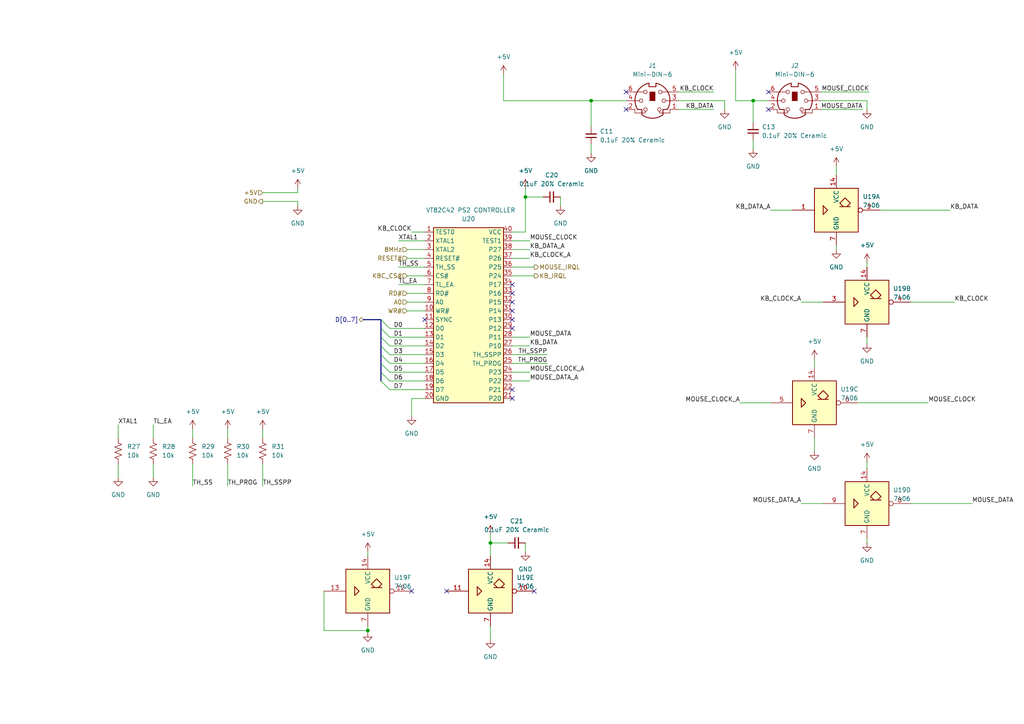
<source format=kicad_sch>
(kicad_sch
	(version 20231120)
	(generator "eeschema")
	(generator_version "8.0")
	(uuid "d98edd86-5d95-44fd-8847-709adf6df0fc")
	(paper "A4")
	(lib_symbols
		(symbol "74xx_IEEE:7406"
			(exclude_from_sim no)
			(in_bom yes)
			(on_board yes)
			(property "Reference" "U"
				(at 3.81 7.62 0)
				(effects
					(font
						(size 1.27 1.27)
					)
				)
			)
			(property "Value" "7406"
				(at 6.35 -8.89 0)
				(effects
					(font
						(size 1.27 1.27)
					)
				)
			)
			(property "Footprint" ""
				(at 0 0 0)
				(effects
					(font
						(size 1.27 1.27)
					)
					(hide yes)
				)
			)
			(property "Datasheet" ""
				(at 0 0 0)
				(effects
					(font
						(size 1.27 1.27)
					)
					(hide yes)
				)
			)
			(property "Description" ""
				(at 0 0 0)
				(effects
					(font
						(size 1.27 1.27)
					)
					(hide yes)
				)
			)
			(symbol "7406_0_0"
				(polyline
					(pts
						(xy -3.81 1.27) (xy -3.81 -1.27) (xy -2.54 0) (xy -3.81 1.27) (xy -3.81 1.27)
					)
					(stroke
						(width 0.254)
						(type default)
					)
					(fill
						(type background)
					)
				)
				(polyline
					(pts
						(xy 3.048 1.016) (xy 4.064 2.032) (xy 2.54 3.556) (xy 1.016 2.032) (xy 2.032 1.016) (xy 1.016 1.016)
						(xy 4.064 1.016) (xy 4.064 1.016)
					)
					(stroke
						(width 0.254)
						(type default)
					)
					(fill
						(type background)
					)
				)
			)
			(symbol "7406_0_1"
				(rectangle
					(start -6.35 6.35)
					(end 6.35 -6.35)
					(stroke
						(width 0.254)
						(type default)
					)
					(fill
						(type background)
					)
				)
				(pin power_in line
					(at 0 10.16 270)
					(length 3.81)
					(name "VCC"
						(effects
							(font
								(size 1.27 1.27)
							)
						)
					)
					(number "14"
						(effects
							(font
								(size 1.27 1.27)
							)
						)
					)
				)
				(pin power_in line
					(at 0 -10.16 90)
					(length 3.81)
					(name "GND"
						(effects
							(font
								(size 1.27 1.27)
							)
						)
					)
					(number "7"
						(effects
							(font
								(size 1.27 1.27)
							)
						)
					)
				)
			)
			(symbol "7406_1_1"
				(pin input line
					(at -12.7 0 0)
					(length 6.35)
					(name "~"
						(effects
							(font
								(size 1.27 1.27)
							)
						)
					)
					(number "1"
						(effects
							(font
								(size 1.27 1.27)
							)
						)
					)
				)
				(pin open_collector inverted
					(at 12.7 0 180)
					(length 6.35)
					(name "~"
						(effects
							(font
								(size 1.27 1.27)
							)
						)
					)
					(number "2"
						(effects
							(font
								(size 1.27 1.27)
							)
						)
					)
				)
			)
			(symbol "7406_2_1"
				(pin input line
					(at -12.7 0 0)
					(length 6.35)
					(name "~"
						(effects
							(font
								(size 1.27 1.27)
							)
						)
					)
					(number "3"
						(effects
							(font
								(size 1.27 1.27)
							)
						)
					)
				)
				(pin open_collector inverted
					(at 12.7 0 180)
					(length 6.35)
					(name "~"
						(effects
							(font
								(size 1.27 1.27)
							)
						)
					)
					(number "4"
						(effects
							(font
								(size 1.27 1.27)
							)
						)
					)
				)
			)
			(symbol "7406_3_1"
				(pin input line
					(at -12.7 0 0)
					(length 6.35)
					(name "~"
						(effects
							(font
								(size 1.27 1.27)
							)
						)
					)
					(number "5"
						(effects
							(font
								(size 1.27 1.27)
							)
						)
					)
				)
				(pin open_collector inverted
					(at 12.7 0 180)
					(length 6.35)
					(name "~"
						(effects
							(font
								(size 1.27 1.27)
							)
						)
					)
					(number "6"
						(effects
							(font
								(size 1.27 1.27)
							)
						)
					)
				)
			)
			(symbol "7406_4_1"
				(pin open_collector inverted
					(at 12.7 0 180)
					(length 6.35)
					(name "~"
						(effects
							(font
								(size 1.27 1.27)
							)
						)
					)
					(number "8"
						(effects
							(font
								(size 1.27 1.27)
							)
						)
					)
				)
				(pin input line
					(at -12.7 0 0)
					(length 6.35)
					(name "~"
						(effects
							(font
								(size 1.27 1.27)
							)
						)
					)
					(number "9"
						(effects
							(font
								(size 1.27 1.27)
							)
						)
					)
				)
			)
			(symbol "7406_5_1"
				(pin open_collector inverted
					(at 12.7 0 180)
					(length 6.35)
					(name "~"
						(effects
							(font
								(size 1.27 1.27)
							)
						)
					)
					(number "10"
						(effects
							(font
								(size 1.27 1.27)
							)
						)
					)
				)
				(pin input line
					(at -12.7 0 0)
					(length 6.35)
					(name "~"
						(effects
							(font
								(size 1.27 1.27)
							)
						)
					)
					(number "11"
						(effects
							(font
								(size 1.27 1.27)
							)
						)
					)
				)
			)
			(symbol "7406_6_1"
				(pin open_collector inverted
					(at 12.7 0 180)
					(length 6.35)
					(name "~"
						(effects
							(font
								(size 1.27 1.27)
							)
						)
					)
					(number "12"
						(effects
							(font
								(size 1.27 1.27)
							)
						)
					)
				)
				(pin input line
					(at -12.7 0 0)
					(length 6.35)
					(name "~"
						(effects
							(font
								(size 1.27 1.27)
							)
						)
					)
					(number "13"
						(effects
							(font
								(size 1.27 1.27)
							)
						)
					)
				)
			)
		)
		(symbol "Connector:Mini-DIN-6"
			(pin_names
				(offset 1.016)
			)
			(exclude_from_sim no)
			(in_bom yes)
			(on_board yes)
			(property "Reference" "J"
				(at 0 6.35 0)
				(effects
					(font
						(size 1.27 1.27)
					)
				)
			)
			(property "Value" "Mini-DIN-6"
				(at 0 -6.35 0)
				(effects
					(font
						(size 1.27 1.27)
					)
				)
			)
			(property "Footprint" ""
				(at 0 0 0)
				(effects
					(font
						(size 1.27 1.27)
					)
					(hide yes)
				)
			)
			(property "Datasheet" "http://service.powerdynamics.com/ec/Catalog17/Section%2011.pdf"
				(at 0 0 0)
				(effects
					(font
						(size 1.27 1.27)
					)
					(hide yes)
				)
			)
			(property "Description" "6-pin Mini-DIN connector"
				(at 0 0 0)
				(effects
					(font
						(size 1.27 1.27)
					)
					(hide yes)
				)
			)
			(property "ki_keywords" "Mini-DIN"
				(at 0 0 0)
				(effects
					(font
						(size 1.27 1.27)
					)
					(hide yes)
				)
			)
			(property "ki_fp_filters" "MINI?DIN*"
				(at 0 0 0)
				(effects
					(font
						(size 1.27 1.27)
					)
					(hide yes)
				)
			)
			(symbol "Mini-DIN-6_0_1"
				(circle
					(center -3.302 0)
					(radius 0.508)
					(stroke
						(width 0)
						(type default)
					)
					(fill
						(type none)
					)
				)
				(arc
					(start -3.048 -4.064)
					(mid 0 -5.08)
					(end 3.048 -4.064)
					(stroke
						(width 0.254)
						(type default)
					)
					(fill
						(type none)
					)
				)
				(circle
					(center -2.032 -2.54)
					(radius 0.508)
					(stroke
						(width 0)
						(type default)
					)
					(fill
						(type none)
					)
				)
				(circle
					(center -2.032 2.54)
					(radius 0.508)
					(stroke
						(width 0)
						(type default)
					)
					(fill
						(type none)
					)
				)
				(arc
					(start -1.016 5.08)
					(mid -4.6228 2.1214)
					(end -4.318 -2.54)
					(stroke
						(width 0.254)
						(type default)
					)
					(fill
						(type none)
					)
				)
				(rectangle
					(start -0.762 2.54)
					(end 0.762 0)
					(stroke
						(width 0)
						(type default)
					)
					(fill
						(type outline)
					)
				)
				(polyline
					(pts
						(xy -3.81 0) (xy -5.08 0)
					)
					(stroke
						(width 0)
						(type default)
					)
					(fill
						(type none)
					)
				)
				(polyline
					(pts
						(xy -2.54 2.54) (xy -5.08 2.54)
					)
					(stroke
						(width 0)
						(type default)
					)
					(fill
						(type none)
					)
				)
				(polyline
					(pts
						(xy 2.794 2.54) (xy 5.08 2.54)
					)
					(stroke
						(width 0)
						(type default)
					)
					(fill
						(type none)
					)
				)
				(polyline
					(pts
						(xy 5.08 0) (xy 3.81 0)
					)
					(stroke
						(width 0)
						(type default)
					)
					(fill
						(type none)
					)
				)
				(polyline
					(pts
						(xy -4.318 -2.54) (xy -3.048 -2.54) (xy -3.048 -4.064)
					)
					(stroke
						(width 0.254)
						(type default)
					)
					(fill
						(type none)
					)
				)
				(polyline
					(pts
						(xy 4.318 -2.54) (xy 3.048 -2.54) (xy 3.048 -4.064)
					)
					(stroke
						(width 0.254)
						(type default)
					)
					(fill
						(type none)
					)
				)
				(polyline
					(pts
						(xy -2.032 -3.048) (xy -2.032 -3.556) (xy -5.08 -3.556) (xy -5.08 -2.54)
					)
					(stroke
						(width 0)
						(type default)
					)
					(fill
						(type none)
					)
				)
				(polyline
					(pts
						(xy -1.016 5.08) (xy -1.016 4.064) (xy 1.016 4.064) (xy 1.016 5.08)
					)
					(stroke
						(width 0.254)
						(type default)
					)
					(fill
						(type none)
					)
				)
				(polyline
					(pts
						(xy 2.032 -3.048) (xy 2.032 -3.556) (xy 5.08 -3.556) (xy 5.08 -2.54)
					)
					(stroke
						(width 0)
						(type default)
					)
					(fill
						(type none)
					)
				)
				(circle
					(center 2.032 -2.54)
					(radius 0.508)
					(stroke
						(width 0)
						(type default)
					)
					(fill
						(type none)
					)
				)
				(circle
					(center 2.286 2.54)
					(radius 0.508)
					(stroke
						(width 0)
						(type default)
					)
					(fill
						(type none)
					)
				)
				(circle
					(center 3.302 0)
					(radius 0.508)
					(stroke
						(width 0)
						(type default)
					)
					(fill
						(type none)
					)
				)
				(arc
					(start 4.318 -2.54)
					(mid 4.6661 2.1322)
					(end 1.016 5.08)
					(stroke
						(width 0.254)
						(type default)
					)
					(fill
						(type none)
					)
				)
			)
			(symbol "Mini-DIN-6_1_1"
				(pin passive line
					(at 7.62 -2.54 180)
					(length 2.54)
					(name "~"
						(effects
							(font
								(size 1.27 1.27)
							)
						)
					)
					(number "1"
						(effects
							(font
								(size 1.27 1.27)
							)
						)
					)
				)
				(pin passive line
					(at -7.62 -2.54 0)
					(length 2.54)
					(name "~"
						(effects
							(font
								(size 1.27 1.27)
							)
						)
					)
					(number "2"
						(effects
							(font
								(size 1.27 1.27)
							)
						)
					)
				)
				(pin passive line
					(at 7.62 0 180)
					(length 2.54)
					(name "~"
						(effects
							(font
								(size 1.27 1.27)
							)
						)
					)
					(number "3"
						(effects
							(font
								(size 1.27 1.27)
							)
						)
					)
				)
				(pin passive line
					(at -7.62 0 0)
					(length 2.54)
					(name "~"
						(effects
							(font
								(size 1.27 1.27)
							)
						)
					)
					(number "4"
						(effects
							(font
								(size 1.27 1.27)
							)
						)
					)
				)
				(pin passive line
					(at 7.62 2.54 180)
					(length 2.54)
					(name "~"
						(effects
							(font
								(size 1.27 1.27)
							)
						)
					)
					(number "5"
						(effects
							(font
								(size 1.27 1.27)
							)
						)
					)
				)
				(pin passive line
					(at -7.62 2.54 0)
					(length 2.54)
					(name "~"
						(effects
							(font
								(size 1.27 1.27)
							)
						)
					)
					(number "6"
						(effects
							(font
								(size 1.27 1.27)
							)
						)
					)
				)
			)
		)
		(symbol "Custom:VT82C42"
			(exclude_from_sim no)
			(in_bom yes)
			(on_board yes)
			(property "Reference" "U"
				(at 0 -1.27 0)
				(effects
					(font
						(size 1.27 1.27)
					)
				)
			)
			(property "Value" ""
				(at 0 -26.67 0)
				(effects
					(font
						(size 1.27 1.27)
					)
				)
			)
			(property "Footprint" "Package_DIP:DIP-40_W15.24mm_Socket"
				(at 0 -26.67 0)
				(effects
					(font
						(size 1.27 1.27)
					)
					(hide yes)
				)
			)
			(property "Datasheet" ""
				(at 0 -26.67 0)
				(effects
					(font
						(size 1.27 1.27)
					)
					(hide yes)
				)
			)
			(property "Description" ""
				(at 0 0 0)
				(effects
					(font
						(size 1.27 1.27)
					)
					(hide yes)
				)
			)
			(symbol "VT82C42_0_0"
				(pin input line
					(at -12.7 -1.27 0)
					(length 2.54)
					(name "TEST0"
						(effects
							(font
								(size 1.27 1.27)
							)
						)
					)
					(number "1"
						(effects
							(font
								(size 1.27 1.27)
							)
						)
					)
				)
				(pin input line
					(at -12.7 -24.13 0)
					(length 2.54)
					(name "WR#"
						(effects
							(font
								(size 1.27 1.27)
							)
						)
					)
					(number "10"
						(effects
							(font
								(size 1.27 1.27)
							)
						)
					)
				)
				(pin output line
					(at -12.7 -26.67 0)
					(length 2.54)
					(name "SYNC"
						(effects
							(font
								(size 1.27 1.27)
							)
						)
					)
					(number "11"
						(effects
							(font
								(size 1.27 1.27)
							)
						)
					)
				)
				(pin bidirectional line
					(at -12.7 -29.21 0)
					(length 2.54)
					(name "D0"
						(effects
							(font
								(size 1.27 1.27)
							)
						)
					)
					(number "12"
						(effects
							(font
								(size 1.27 1.27)
							)
						)
					)
				)
				(pin bidirectional line
					(at -12.7 -31.75 0)
					(length 2.54)
					(name "D1"
						(effects
							(font
								(size 1.27 1.27)
							)
						)
					)
					(number "13"
						(effects
							(font
								(size 1.27 1.27)
							)
						)
					)
				)
				(pin bidirectional line
					(at -12.7 -34.29 0)
					(length 2.54)
					(name "D2"
						(effects
							(font
								(size 1.27 1.27)
							)
						)
					)
					(number "14"
						(effects
							(font
								(size 1.27 1.27)
							)
						)
					)
				)
				(pin bidirectional line
					(at -12.7 -36.83 0)
					(length 2.54)
					(name "D3"
						(effects
							(font
								(size 1.27 1.27)
							)
						)
					)
					(number "15"
						(effects
							(font
								(size 1.27 1.27)
							)
						)
					)
				)
				(pin bidirectional line
					(at -12.7 -39.37 0)
					(length 2.54)
					(name "D4"
						(effects
							(font
								(size 1.27 1.27)
							)
						)
					)
					(number "16"
						(effects
							(font
								(size 1.27 1.27)
							)
						)
					)
				)
				(pin bidirectional line
					(at -12.7 -41.91 0)
					(length 2.54)
					(name "D5"
						(effects
							(font
								(size 1.27 1.27)
							)
						)
					)
					(number "17"
						(effects
							(font
								(size 1.27 1.27)
							)
						)
					)
				)
				(pin bidirectional line
					(at -12.7 -44.45 0)
					(length 2.54)
					(name "D6"
						(effects
							(font
								(size 1.27 1.27)
							)
						)
					)
					(number "18"
						(effects
							(font
								(size 1.27 1.27)
							)
						)
					)
				)
				(pin bidirectional line
					(at -12.7 -46.99 0)
					(length 2.54)
					(name "D7"
						(effects
							(font
								(size 1.27 1.27)
							)
						)
					)
					(number "19"
						(effects
							(font
								(size 1.27 1.27)
							)
						)
					)
				)
				(pin input line
					(at -12.7 -3.81 0)
					(length 2.54)
					(name "XTAL1"
						(effects
							(font
								(size 1.27 1.27)
							)
						)
					)
					(number "2"
						(effects
							(font
								(size 1.27 1.27)
							)
						)
					)
				)
				(pin power_in line
					(at -12.7 -49.53 0)
					(length 2.54)
					(name "GND"
						(effects
							(font
								(size 1.27 1.27)
							)
						)
					)
					(number "20"
						(effects
							(font
								(size 1.27 1.27)
							)
						)
					)
				)
				(pin output line
					(at 12.7 -49.53 180)
					(length 2.54)
					(name "P20"
						(effects
							(font
								(size 1.27 1.27)
							)
						)
					)
					(number "21"
						(effects
							(font
								(size 1.27 1.27)
							)
						)
					)
				)
				(pin output line
					(at 12.7 -46.99 180)
					(length 2.54)
					(name "P21"
						(effects
							(font
								(size 1.27 1.27)
							)
						)
					)
					(number "22"
						(effects
							(font
								(size 1.27 1.27)
							)
						)
					)
				)
				(pin output line
					(at 12.7 -44.45 180)
					(length 2.54)
					(name "P22"
						(effects
							(font
								(size 1.27 1.27)
							)
						)
					)
					(number "23"
						(effects
							(font
								(size 1.27 1.27)
							)
						)
					)
				)
				(pin output line
					(at 12.7 -41.91 180)
					(length 2.54)
					(name "P23"
						(effects
							(font
								(size 1.27 1.27)
							)
						)
					)
					(number "24"
						(effects
							(font
								(size 1.27 1.27)
							)
						)
					)
				)
				(pin input line
					(at 12.7 -39.37 180)
					(length 2.54)
					(name "TH_PROG"
						(effects
							(font
								(size 1.27 1.27)
							)
						)
					)
					(number "25"
						(effects
							(font
								(size 1.27 1.27)
							)
						)
					)
				)
				(pin input line
					(at 12.7 -36.83 180)
					(length 2.54)
					(name "TH_SSPP"
						(effects
							(font
								(size 1.27 1.27)
							)
						)
					)
					(number "26"
						(effects
							(font
								(size 1.27 1.27)
							)
						)
					)
				)
				(pin bidirectional line
					(at 12.7 -34.29 180)
					(length 2.54)
					(name "P10"
						(effects
							(font
								(size 1.27 1.27)
							)
						)
					)
					(number "27"
						(effects
							(font
								(size 1.27 1.27)
							)
						)
					)
				)
				(pin bidirectional line
					(at 12.7 -31.75 180)
					(length 2.54)
					(name "P11"
						(effects
							(font
								(size 1.27 1.27)
							)
						)
					)
					(number "28"
						(effects
							(font
								(size 1.27 1.27)
							)
						)
					)
				)
				(pin bidirectional line
					(at 12.7 -29.21 180)
					(length 2.54)
					(name "P12"
						(effects
							(font
								(size 1.27 1.27)
							)
						)
					)
					(number "29"
						(effects
							(font
								(size 1.27 1.27)
							)
						)
					)
				)
				(pin input line
					(at -12.7 -6.35 0)
					(length 2.54)
					(name "XTAL2"
						(effects
							(font
								(size 1.27 1.27)
							)
						)
					)
					(number "3"
						(effects
							(font
								(size 1.27 1.27)
							)
						)
					)
				)
				(pin bidirectional line
					(at 12.7 -26.67 180)
					(length 2.54)
					(name "P13"
						(effects
							(font
								(size 1.27 1.27)
							)
						)
					)
					(number "30"
						(effects
							(font
								(size 1.27 1.27)
							)
						)
					)
				)
				(pin bidirectional line
					(at 12.7 -24.13 180)
					(length 2.54)
					(name "P14"
						(effects
							(font
								(size 1.27 1.27)
							)
						)
					)
					(number "31"
						(effects
							(font
								(size 1.27 1.27)
							)
						)
					)
				)
				(pin bidirectional line
					(at 12.7 -21.59 180)
					(length 2.54)
					(name "P15"
						(effects
							(font
								(size 1.27 1.27)
							)
						)
					)
					(number "32"
						(effects
							(font
								(size 1.27 1.27)
							)
						)
					)
				)
				(pin input line
					(at 12.7 -19.05 180)
					(length 2.54)
					(name "P16"
						(effects
							(font
								(size 1.27 1.27)
							)
						)
					)
					(number "33"
						(effects
							(font
								(size 1.27 1.27)
							)
						)
					)
				)
				(pin input line
					(at 12.7 -16.51 180)
					(length 2.54)
					(name "P17"
						(effects
							(font
								(size 1.27 1.27)
							)
						)
					)
					(number "34"
						(effects
							(font
								(size 1.27 1.27)
							)
						)
					)
				)
				(pin output line
					(at 12.7 -13.97 180)
					(length 2.54)
					(name "P24"
						(effects
							(font
								(size 1.27 1.27)
							)
						)
					)
					(number "35"
						(effects
							(font
								(size 1.27 1.27)
							)
						)
					)
				)
				(pin output line
					(at 12.7 -11.43 180)
					(length 2.54)
					(name "P25"
						(effects
							(font
								(size 1.27 1.27)
							)
						)
					)
					(number "36"
						(effects
							(font
								(size 1.27 1.27)
							)
						)
					)
				)
				(pin output line
					(at 12.7 -8.89 180)
					(length 2.54)
					(name "P26"
						(effects
							(font
								(size 1.27 1.27)
							)
						)
					)
					(number "37"
						(effects
							(font
								(size 1.27 1.27)
							)
						)
					)
				)
				(pin output line
					(at 12.7 -6.35 180)
					(length 2.54)
					(name "P27"
						(effects
							(font
								(size 1.27 1.27)
							)
						)
					)
					(number "38"
						(effects
							(font
								(size 1.27 1.27)
							)
						)
					)
				)
				(pin input line
					(at 12.7 -3.81 180)
					(length 2.54)
					(name "TEST1"
						(effects
							(font
								(size 1.27 1.27)
							)
						)
					)
					(number "39"
						(effects
							(font
								(size 1.27 1.27)
							)
						)
					)
				)
				(pin input line
					(at -12.7 -8.89 0)
					(length 2.54)
					(name "RESET#"
						(effects
							(font
								(size 1.27 1.27)
							)
						)
					)
					(number "4"
						(effects
							(font
								(size 1.27 1.27)
							)
						)
					)
				)
				(pin power_in line
					(at 12.7 -1.27 180)
					(length 2.54)
					(name "VCC"
						(effects
							(font
								(size 1.27 1.27)
							)
						)
					)
					(number "40"
						(effects
							(font
								(size 1.27 1.27)
							)
						)
					)
				)
				(pin input line
					(at -12.7 -11.43 0)
					(length 2.54)
					(name "TH_SS"
						(effects
							(font
								(size 1.27 1.27)
							)
						)
					)
					(number "5"
						(effects
							(font
								(size 1.27 1.27)
							)
						)
					)
				)
				(pin input line
					(at -12.7 -13.97 0)
					(length 2.54)
					(name "CS#"
						(effects
							(font
								(size 1.27 1.27)
							)
						)
					)
					(number "6"
						(effects
							(font
								(size 1.27 1.27)
							)
						)
					)
				)
				(pin input line
					(at -12.7 -16.51 0)
					(length 2.54)
					(name "TL_EA"
						(effects
							(font
								(size 1.27 1.27)
							)
						)
					)
					(number "7"
						(effects
							(font
								(size 1.27 1.27)
							)
						)
					)
				)
				(pin input line
					(at -12.7 -19.05 0)
					(length 2.54)
					(name "RD#"
						(effects
							(font
								(size 1.27 1.27)
							)
						)
					)
					(number "8"
						(effects
							(font
								(size 1.27 1.27)
							)
						)
					)
				)
				(pin input line
					(at -12.7 -21.59 0)
					(length 2.54)
					(name "A0"
						(effects
							(font
								(size 1.27 1.27)
							)
						)
					)
					(number "9"
						(effects
							(font
								(size 1.27 1.27)
							)
						)
					)
				)
			)
			(symbol "VT82C42_0_1"
				(rectangle
					(start -10.16 0)
					(end 10.16 -50.8)
					(stroke
						(width 0.254)
						(type default)
					)
					(fill
						(type background)
					)
				)
			)
		)
		(symbol "Device:C_Small"
			(pin_numbers hide)
			(pin_names
				(offset 0.254) hide)
			(exclude_from_sim no)
			(in_bom yes)
			(on_board yes)
			(property "Reference" "C"
				(at 0.254 1.778 0)
				(effects
					(font
						(size 1.27 1.27)
					)
					(justify left)
				)
			)
			(property "Value" "C_Small"
				(at 0.254 -2.032 0)
				(effects
					(font
						(size 1.27 1.27)
					)
					(justify left)
				)
			)
			(property "Footprint" ""
				(at 0 0 0)
				(effects
					(font
						(size 1.27 1.27)
					)
					(hide yes)
				)
			)
			(property "Datasheet" "~"
				(at 0 0 0)
				(effects
					(font
						(size 1.27 1.27)
					)
					(hide yes)
				)
			)
			(property "Description" "Unpolarized capacitor, small symbol"
				(at 0 0 0)
				(effects
					(font
						(size 1.27 1.27)
					)
					(hide yes)
				)
			)
			(property "ki_keywords" "capacitor cap"
				(at 0 0 0)
				(effects
					(font
						(size 1.27 1.27)
					)
					(hide yes)
				)
			)
			(property "ki_fp_filters" "C_*"
				(at 0 0 0)
				(effects
					(font
						(size 1.27 1.27)
					)
					(hide yes)
				)
			)
			(symbol "C_Small_0_1"
				(polyline
					(pts
						(xy -1.524 -0.508) (xy 1.524 -0.508)
					)
					(stroke
						(width 0.3302)
						(type default)
					)
					(fill
						(type none)
					)
				)
				(polyline
					(pts
						(xy -1.524 0.508) (xy 1.524 0.508)
					)
					(stroke
						(width 0.3048)
						(type default)
					)
					(fill
						(type none)
					)
				)
			)
			(symbol "C_Small_1_1"
				(pin passive line
					(at 0 2.54 270)
					(length 2.032)
					(name "~"
						(effects
							(font
								(size 1.27 1.27)
							)
						)
					)
					(number "1"
						(effects
							(font
								(size 1.27 1.27)
							)
						)
					)
				)
				(pin passive line
					(at 0 -2.54 90)
					(length 2.032)
					(name "~"
						(effects
							(font
								(size 1.27 1.27)
							)
						)
					)
					(number "2"
						(effects
							(font
								(size 1.27 1.27)
							)
						)
					)
				)
			)
		)
		(symbol "Device:R_US"
			(pin_numbers hide)
			(pin_names
				(offset 0)
			)
			(exclude_from_sim no)
			(in_bom yes)
			(on_board yes)
			(property "Reference" "R"
				(at 2.54 0 90)
				(effects
					(font
						(size 1.27 1.27)
					)
				)
			)
			(property "Value" "R_US"
				(at -2.54 0 90)
				(effects
					(font
						(size 1.27 1.27)
					)
				)
			)
			(property "Footprint" ""
				(at 1.016 -0.254 90)
				(effects
					(font
						(size 1.27 1.27)
					)
					(hide yes)
				)
			)
			(property "Datasheet" "~"
				(at 0 0 0)
				(effects
					(font
						(size 1.27 1.27)
					)
					(hide yes)
				)
			)
			(property "Description" "Resistor, US symbol"
				(at 0 0 0)
				(effects
					(font
						(size 1.27 1.27)
					)
					(hide yes)
				)
			)
			(property "ki_keywords" "R res resistor"
				(at 0 0 0)
				(effects
					(font
						(size 1.27 1.27)
					)
					(hide yes)
				)
			)
			(property "ki_fp_filters" "R_*"
				(at 0 0 0)
				(effects
					(font
						(size 1.27 1.27)
					)
					(hide yes)
				)
			)
			(symbol "R_US_0_1"
				(polyline
					(pts
						(xy 0 -2.286) (xy 0 -2.54)
					)
					(stroke
						(width 0)
						(type default)
					)
					(fill
						(type none)
					)
				)
				(polyline
					(pts
						(xy 0 2.286) (xy 0 2.54)
					)
					(stroke
						(width 0)
						(type default)
					)
					(fill
						(type none)
					)
				)
				(polyline
					(pts
						(xy 0 -0.762) (xy 1.016 -1.143) (xy 0 -1.524) (xy -1.016 -1.905) (xy 0 -2.286)
					)
					(stroke
						(width 0)
						(type default)
					)
					(fill
						(type none)
					)
				)
				(polyline
					(pts
						(xy 0 0.762) (xy 1.016 0.381) (xy 0 0) (xy -1.016 -0.381) (xy 0 -0.762)
					)
					(stroke
						(width 0)
						(type default)
					)
					(fill
						(type none)
					)
				)
				(polyline
					(pts
						(xy 0 2.286) (xy 1.016 1.905) (xy 0 1.524) (xy -1.016 1.143) (xy 0 0.762)
					)
					(stroke
						(width 0)
						(type default)
					)
					(fill
						(type none)
					)
				)
			)
			(symbol "R_US_1_1"
				(pin passive line
					(at 0 3.81 270)
					(length 1.27)
					(name "~"
						(effects
							(font
								(size 1.27 1.27)
							)
						)
					)
					(number "1"
						(effects
							(font
								(size 1.27 1.27)
							)
						)
					)
				)
				(pin passive line
					(at 0 -3.81 90)
					(length 1.27)
					(name "~"
						(effects
							(font
								(size 1.27 1.27)
							)
						)
					)
					(number "2"
						(effects
							(font
								(size 1.27 1.27)
							)
						)
					)
				)
			)
		)
		(symbol "power:+5V"
			(power)
			(pin_names
				(offset 0)
			)
			(exclude_from_sim no)
			(in_bom yes)
			(on_board yes)
			(property "Reference" "#PWR"
				(at 0 -3.81 0)
				(effects
					(font
						(size 1.27 1.27)
					)
					(hide yes)
				)
			)
			(property "Value" "+5V"
				(at 0 3.556 0)
				(effects
					(font
						(size 1.27 1.27)
					)
				)
			)
			(property "Footprint" ""
				(at 0 0 0)
				(effects
					(font
						(size 1.27 1.27)
					)
					(hide yes)
				)
			)
			(property "Datasheet" ""
				(at 0 0 0)
				(effects
					(font
						(size 1.27 1.27)
					)
					(hide yes)
				)
			)
			(property "Description" "Power symbol creates a global label with name \"+5V\""
				(at 0 0 0)
				(effects
					(font
						(size 1.27 1.27)
					)
					(hide yes)
				)
			)
			(property "ki_keywords" "global power"
				(at 0 0 0)
				(effects
					(font
						(size 1.27 1.27)
					)
					(hide yes)
				)
			)
			(symbol "+5V_0_1"
				(polyline
					(pts
						(xy -0.762 1.27) (xy 0 2.54)
					)
					(stroke
						(width 0)
						(type default)
					)
					(fill
						(type none)
					)
				)
				(polyline
					(pts
						(xy 0 0) (xy 0 2.54)
					)
					(stroke
						(width 0)
						(type default)
					)
					(fill
						(type none)
					)
				)
				(polyline
					(pts
						(xy 0 2.54) (xy 0.762 1.27)
					)
					(stroke
						(width 0)
						(type default)
					)
					(fill
						(type none)
					)
				)
			)
			(symbol "+5V_1_1"
				(pin power_in line
					(at 0 0 90)
					(length 0) hide
					(name "+5V"
						(effects
							(font
								(size 1.27 1.27)
							)
						)
					)
					(number "1"
						(effects
							(font
								(size 1.27 1.27)
							)
						)
					)
				)
			)
		)
		(symbol "power:GND"
			(power)
			(pin_names
				(offset 0)
			)
			(exclude_from_sim no)
			(in_bom yes)
			(on_board yes)
			(property "Reference" "#PWR"
				(at 0 -6.35 0)
				(effects
					(font
						(size 1.27 1.27)
					)
					(hide yes)
				)
			)
			(property "Value" "GND"
				(at 0 -3.81 0)
				(effects
					(font
						(size 1.27 1.27)
					)
				)
			)
			(property "Footprint" ""
				(at 0 0 0)
				(effects
					(font
						(size 1.27 1.27)
					)
					(hide yes)
				)
			)
			(property "Datasheet" ""
				(at 0 0 0)
				(effects
					(font
						(size 1.27 1.27)
					)
					(hide yes)
				)
			)
			(property "Description" "Power symbol creates a global label with name \"GND\" , ground"
				(at 0 0 0)
				(effects
					(font
						(size 1.27 1.27)
					)
					(hide yes)
				)
			)
			(property "ki_keywords" "global power"
				(at 0 0 0)
				(effects
					(font
						(size 1.27 1.27)
					)
					(hide yes)
				)
			)
			(symbol "GND_0_1"
				(polyline
					(pts
						(xy 0 0) (xy 0 -1.27) (xy 1.27 -1.27) (xy 0 -2.54) (xy -1.27 -1.27) (xy 0 -1.27)
					)
					(stroke
						(width 0)
						(type default)
					)
					(fill
						(type none)
					)
				)
			)
			(symbol "GND_1_1"
				(pin power_in line
					(at 0 0 270)
					(length 0) hide
					(name "GND"
						(effects
							(font
								(size 1.27 1.27)
							)
						)
					)
					(number "1"
						(effects
							(font
								(size 1.27 1.27)
							)
						)
					)
				)
			)
		)
	)
	(junction
		(at 218.44 29.21)
		(diameter 0)
		(color 0 0 0 0)
		(uuid "18894a61-3c44-4406-bc32-9459a1fccc23")
	)
	(junction
		(at 152.4 57.15)
		(diameter 0)
		(color 0 0 0 0)
		(uuid "1cb8634f-f775-451b-8480-46a468569d8f")
	)
	(junction
		(at 142.24 157.48)
		(diameter 0)
		(color 0 0 0 0)
		(uuid "a8ff7782-2439-4dc9-9f14-6668e9482c90")
	)
	(junction
		(at 106.68 182.88)
		(diameter 0)
		(color 0 0 0 0)
		(uuid "c7d4eed9-066a-495c-a932-a96d6ecff6dc")
	)
	(junction
		(at 171.45 29.21)
		(diameter 0)
		(color 0 0 0 0)
		(uuid "e29be6de-6d9c-4afe-a683-c4e2dc247749")
	)
	(no_connect
		(at 181.61 31.75)
		(uuid "0a0fd941-bfe9-4721-a3ec-fcde3a8747d6")
	)
	(no_connect
		(at 148.59 90.17)
		(uuid "33bfeff2-13a1-445a-b86f-9ab0514f9b0b")
	)
	(no_connect
		(at 148.59 113.03)
		(uuid "47bd301b-64a7-484e-a737-512fad9d1f03")
	)
	(no_connect
		(at 222.885 31.75)
		(uuid "50e16f45-5d5c-4f8e-900e-866cce725005")
	)
	(no_connect
		(at 148.59 85.09)
		(uuid "89475b73-a2d2-4c98-a481-62339989bde1")
	)
	(no_connect
		(at 154.94 171.45)
		(uuid "a785da56-07cb-4fff-a5dc-554122cea57a")
	)
	(no_connect
		(at 181.61 26.67)
		(uuid "b5f3f840-d47c-4b9c-90c6-589ad1815181")
	)
	(no_connect
		(at 222.885 26.67)
		(uuid "b651ee37-6a02-419e-86c3-dd5f1fa3a6f3")
	)
	(no_connect
		(at 148.59 95.25)
		(uuid "bd51d2ee-bca4-4e90-9c36-ecb2813a1847")
	)
	(no_connect
		(at 129.54 171.45)
		(uuid "cbbf704f-5984-4614-a14f-a3db4f9a0097")
	)
	(no_connect
		(at 148.59 115.57)
		(uuid "d46f0bc9-f2eb-4979-b264-c001fb18bcc7")
	)
	(no_connect
		(at 148.59 92.71)
		(uuid "d97f8a04-f06c-478c-8486-429113499ae5")
	)
	(no_connect
		(at 123.19 92.71)
		(uuid "dd3ef072-8b55-4ef7-ab5f-31968aa129bc")
	)
	(no_connect
		(at 119.38 171.45)
		(uuid "e2f940ee-372d-45fb-a50b-2bd3a370f752")
	)
	(no_connect
		(at 148.59 87.63)
		(uuid "ee5c64fd-7ef9-49f7-aca4-952772163320")
	)
	(no_connect
		(at 148.59 82.55)
		(uuid "ff6671bb-9ce1-4dcc-b943-d339ab3c9cc8")
	)
	(bus_entry
		(at 113.03 100.33)
		(size -2.54 -2.54)
		(stroke
			(width 0)
			(type default)
		)
		(uuid "0269ccd8-9462-4652-af98-6a69861145f1")
	)
	(bus_entry
		(at 113.03 110.49)
		(size -2.54 -2.54)
		(stroke
			(width 0)
			(type default)
		)
		(uuid "04fe9492-c28c-488a-ae2b-ac184e5d0597")
	)
	(bus_entry
		(at 113.03 95.25)
		(size -2.54 -2.54)
		(stroke
			(width 0)
			(type default)
		)
		(uuid "15244710-772b-495d-bc6e-ff82b4e76fc0")
	)
	(bus_entry
		(at 113.03 113.03)
		(size -2.54 -2.54)
		(stroke
			(width 0)
			(type default)
		)
		(uuid "28d6cc08-d938-4752-b9de-afdc9444af34")
	)
	(bus_entry
		(at 113.03 105.41)
		(size -2.54 -2.54)
		(stroke
			(width 0)
			(type default)
		)
		(uuid "5be45285-fb92-422d-8c1e-ba3a95c0a5b9")
	)
	(bus_entry
		(at 113.03 97.79)
		(size -2.54 -2.54)
		(stroke
			(width 0)
			(type default)
		)
		(uuid "7fc1d1c7-ca02-4b85-85bf-b5f94734a9c8")
	)
	(bus_entry
		(at 113.03 107.95)
		(size -2.54 -2.54)
		(stroke
			(width 0)
			(type default)
		)
		(uuid "8ab573e0-2ec4-4ae9-9e54-33a6a0238e4f")
	)
	(bus_entry
		(at 113.03 102.87)
		(size -2.54 -2.54)
		(stroke
			(width 0)
			(type default)
		)
		(uuid "a655531d-2633-4f2f-9383-a53cc519adaf")
	)
	(wire
		(pts
			(xy 34.29 134.62) (xy 34.29 138.43)
		)
		(stroke
			(width 0)
			(type default)
		)
		(uuid "004f8198-4acd-4c84-b4ff-ec9b72ebe586")
	)
	(wire
		(pts
			(xy 207.01 26.67) (xy 196.85 26.67)
		)
		(stroke
			(width 0)
			(type default)
		)
		(uuid "040fe3c9-23c3-45fd-9a12-0608c56dbef3")
	)
	(wire
		(pts
			(xy 148.59 80.01) (xy 154.94 80.01)
		)
		(stroke
			(width 0)
			(type default)
		)
		(uuid "09d84ef9-cb6a-4273-abc0-feaa5d5cae4c")
	)
	(wire
		(pts
			(xy 251.46 29.21) (xy 251.46 31.75)
		)
		(stroke
			(width 0)
			(type default)
		)
		(uuid "0dff6589-d684-4757-82ca-b0b472e6498e")
	)
	(wire
		(pts
			(xy 251.46 97.79) (xy 251.46 99.695)
		)
		(stroke
			(width 0)
			(type default)
		)
		(uuid "1581cae1-39bf-40b9-9eba-6ac78ade3891")
	)
	(wire
		(pts
			(xy 113.03 107.95) (xy 123.19 107.95)
		)
		(stroke
			(width 0)
			(type default)
		)
		(uuid "1583acb6-5904-4dcb-93d1-48f741073855")
	)
	(wire
		(pts
			(xy 118.11 87.63) (xy 123.19 87.63)
		)
		(stroke
			(width 0)
			(type default)
		)
		(uuid "1823fb67-9cbc-4ced-b260-a37799642525")
	)
	(wire
		(pts
			(xy 171.45 29.21) (xy 171.45 36.83)
		)
		(stroke
			(width 0)
			(type default)
		)
		(uuid "185edf9d-5542-400d-b1ff-3a7599a72143")
	)
	(wire
		(pts
			(xy 76.2 124.46) (xy 76.2 127)
		)
		(stroke
			(width 0)
			(type default)
		)
		(uuid "1bd91c0c-d8e5-4c95-ad27-1b6a1a08e986")
	)
	(wire
		(pts
			(xy 213.36 29.21) (xy 218.44 29.21)
		)
		(stroke
			(width 0)
			(type default)
		)
		(uuid "1c04ce3b-b4d1-4919-8833-1e81cd7021ab")
	)
	(wire
		(pts
			(xy 162.56 57.15) (xy 162.56 59.69)
		)
		(stroke
			(width 0)
			(type default)
		)
		(uuid "2cdd2b55-5e23-4204-8d6f-94eb6268fee6")
	)
	(wire
		(pts
			(xy 148.59 77.47) (xy 154.94 77.47)
		)
		(stroke
			(width 0)
			(type default)
		)
		(uuid "2f436b3d-7813-4d55-834c-5501e15f49a5")
	)
	(wire
		(pts
			(xy 250.19 31.75) (xy 238.125 31.75)
		)
		(stroke
			(width 0)
			(type default)
		)
		(uuid "2fbbc31e-e163-4e9e-ad43-20a107180e87")
	)
	(wire
		(pts
			(xy 248.92 116.84) (xy 269.24 116.84)
		)
		(stroke
			(width 0)
			(type default)
		)
		(uuid "304d1d69-2991-419a-a696-a66a7ef9caec")
	)
	(wire
		(pts
			(xy 148.59 69.85) (xy 153.67 69.85)
		)
		(stroke
			(width 0)
			(type default)
		)
		(uuid "31707632-c4bc-4a12-ade5-4863fbb784ab")
	)
	(wire
		(pts
			(xy 118.11 72.39) (xy 123.19 72.39)
		)
		(stroke
			(width 0)
			(type default)
		)
		(uuid "32d7cfda-09a9-439f-aaed-450ff1f7370d")
	)
	(wire
		(pts
			(xy 207.01 31.75) (xy 196.85 31.75)
		)
		(stroke
			(width 0)
			(type default)
		)
		(uuid "34b9bd8d-3477-4b9c-a476-d1682f2aebed")
	)
	(wire
		(pts
			(xy 123.19 115.57) (xy 119.38 115.57)
		)
		(stroke
			(width 0)
			(type default)
		)
		(uuid "3bb0ebbd-7be7-4aff-a4bf-24addce69073")
	)
	(wire
		(pts
			(xy 115.57 82.55) (xy 123.19 82.55)
		)
		(stroke
			(width 0)
			(type default)
		)
		(uuid "3d5d2641-efe9-4f01-ba5b-c16d58f8e368")
	)
	(wire
		(pts
			(xy 44.45 123.19) (xy 44.45 127)
		)
		(stroke
			(width 0)
			(type default)
		)
		(uuid "3f5c6432-3729-40c9-89a2-eb8db9b13f49")
	)
	(wire
		(pts
			(xy 152.4 57.15) (xy 152.4 67.31)
		)
		(stroke
			(width 0)
			(type default)
		)
		(uuid "4240bc13-54ce-4479-8686-d2024d45f1b9")
	)
	(wire
		(pts
			(xy 119.38 115.57) (xy 119.38 120.65)
		)
		(stroke
			(width 0)
			(type default)
		)
		(uuid "45146607-fdbc-4792-89ea-3c77992b2d4f")
	)
	(wire
		(pts
			(xy 236.22 104.14) (xy 236.22 106.68)
		)
		(stroke
			(width 0)
			(type default)
		)
		(uuid "45a9a1f8-706a-4526-8d63-521ab12be158")
	)
	(wire
		(pts
			(xy 252.095 26.67) (xy 238.125 26.67)
		)
		(stroke
			(width 0)
			(type default)
		)
		(uuid "49e61986-9dbc-487b-877c-ff16f2870e43")
	)
	(bus
		(pts
			(xy 105.41 92.71) (xy 110.49 92.71)
		)
		(stroke
			(width 0)
			(type default)
		)
		(uuid "4d74c69d-03d4-4dba-a6be-6298abae5afe")
	)
	(bus
		(pts
			(xy 110.49 97.79) (xy 110.49 100.33)
		)
		(stroke
			(width 0)
			(type default)
		)
		(uuid "4f8e2a47-59a5-4fcb-8fba-e3a302b6bf74")
	)
	(wire
		(pts
			(xy 86.36 55.88) (xy 86.36 54.61)
		)
		(stroke
			(width 0)
			(type default)
		)
		(uuid "545e1f22-94d4-429c-9f7c-a13a3557417e")
	)
	(wire
		(pts
			(xy 251.46 76.2) (xy 251.46 77.47)
		)
		(stroke
			(width 0)
			(type default)
		)
		(uuid "5b0847fa-d0c0-46e1-b186-df284488b722")
	)
	(wire
		(pts
			(xy 113.03 105.41) (xy 123.19 105.41)
		)
		(stroke
			(width 0)
			(type default)
		)
		(uuid "5b4cb84c-7572-477c-904c-df5e372d9351")
	)
	(wire
		(pts
			(xy 152.4 57.15) (xy 152.4 54.61)
		)
		(stroke
			(width 0)
			(type default)
		)
		(uuid "5c6bb7c9-3ce1-4e5c-a2f8-dd9f1b2cdef2")
	)
	(bus
		(pts
			(xy 110.49 107.95) (xy 110.49 110.49)
		)
		(stroke
			(width 0)
			(type default)
		)
		(uuid "5c8a9bfd-f439-4e13-b81e-6b07dcb16737")
	)
	(wire
		(pts
			(xy 218.44 29.21) (xy 222.885 29.21)
		)
		(stroke
			(width 0)
			(type default)
		)
		(uuid "5dc9184d-7b46-4ea8-baf6-0180b0d22094")
	)
	(wire
		(pts
			(xy 113.03 102.87) (xy 123.19 102.87)
		)
		(stroke
			(width 0)
			(type default)
		)
		(uuid "62511de6-f68c-4bff-be55-f0a988882583")
	)
	(wire
		(pts
			(xy 148.59 67.31) (xy 152.4 67.31)
		)
		(stroke
			(width 0)
			(type default)
		)
		(uuid "6332ef3b-494e-42aa-a74e-0447911be90e")
	)
	(wire
		(pts
			(xy 171.45 41.91) (xy 171.45 44.45)
		)
		(stroke
			(width 0)
			(type default)
		)
		(uuid "64e0fd57-b377-47b1-bc06-41f03d687359")
	)
	(wire
		(pts
			(xy 213.36 20.32) (xy 213.36 29.21)
		)
		(stroke
			(width 0)
			(type default)
		)
		(uuid "67393ae2-77c3-478b-a753-53d05c59154b")
	)
	(bus
		(pts
			(xy 110.49 105.41) (xy 110.49 107.95)
		)
		(stroke
			(width 0)
			(type default)
		)
		(uuid "692e626d-ddac-4c78-aaf5-3d0236b6f870")
	)
	(wire
		(pts
			(xy 119.38 67.31) (xy 123.19 67.31)
		)
		(stroke
			(width 0)
			(type default)
		)
		(uuid "69326cb6-b202-4873-a4a8-420d880a6896")
	)
	(wire
		(pts
			(xy 196.85 29.21) (xy 210.185 29.21)
		)
		(stroke
			(width 0)
			(type default)
		)
		(uuid "69cb0648-8ece-43e6-812d-2c7ea1c86d5d")
	)
	(wire
		(pts
			(xy 115.57 69.85) (xy 123.19 69.85)
		)
		(stroke
			(width 0)
			(type default)
		)
		(uuid "6b9fe95b-a822-4777-bccc-9d30bd7e4e7f")
	)
	(wire
		(pts
			(xy 264.16 87.63) (xy 276.86 87.63)
		)
		(stroke
			(width 0)
			(type default)
		)
		(uuid "6e296918-c218-41c3-a60f-70b8f1b8cc92")
	)
	(wire
		(pts
			(xy 142.24 157.48) (xy 142.24 154.94)
		)
		(stroke
			(width 0)
			(type default)
		)
		(uuid "6f8de641-9e84-46ca-8046-e50b60f67546")
	)
	(wire
		(pts
			(xy 106.68 182.88) (xy 93.98 182.88)
		)
		(stroke
			(width 0)
			(type default)
		)
		(uuid "7007adb4-85b0-40a2-bd10-a01f03409ee5")
	)
	(wire
		(pts
			(xy 218.44 40.64) (xy 218.44 43.18)
		)
		(stroke
			(width 0)
			(type default)
		)
		(uuid "7016787d-a7b1-4400-b896-18cc774902a6")
	)
	(wire
		(pts
			(xy 238.125 29.21) (xy 251.46 29.21)
		)
		(stroke
			(width 0)
			(type default)
		)
		(uuid "73e6e842-a2ed-4973-a371-38596a66f15f")
	)
	(wire
		(pts
			(xy 106.68 181.61) (xy 106.68 182.88)
		)
		(stroke
			(width 0)
			(type default)
		)
		(uuid "74603ff9-70db-41fb-a1f3-f3b07cdf79f0")
	)
	(wire
		(pts
			(xy 264.16 146.05) (xy 281.94 146.05)
		)
		(stroke
			(width 0)
			(type default)
		)
		(uuid "75be5660-271c-457c-8823-2264deda0e03")
	)
	(wire
		(pts
			(xy 148.59 107.95) (xy 153.67 107.95)
		)
		(stroke
			(width 0)
			(type default)
		)
		(uuid "7682c6b4-9803-4197-99c2-794abef6cbe3")
	)
	(bus
		(pts
			(xy 110.49 100.33) (xy 110.49 102.87)
		)
		(stroke
			(width 0)
			(type default)
		)
		(uuid "7cbac6e0-b613-47e2-a027-2a1ad7ea2f5e")
	)
	(wire
		(pts
			(xy 146.05 21.59) (xy 146.05 29.21)
		)
		(stroke
			(width 0)
			(type default)
		)
		(uuid "7d3444b8-78eb-4b08-b4e8-8092ba5775a4")
	)
	(wire
		(pts
			(xy 113.03 97.79) (xy 123.19 97.79)
		)
		(stroke
			(width 0)
			(type default)
		)
		(uuid "7db269c8-34a2-4773-9394-5cbc2ea3bdb5")
	)
	(wire
		(pts
			(xy 113.03 100.33) (xy 123.19 100.33)
		)
		(stroke
			(width 0)
			(type default)
		)
		(uuid "827a6f41-ca8e-460d-b661-e4d2303fb9bf")
	)
	(wire
		(pts
			(xy 232.41 87.63) (xy 238.76 87.63)
		)
		(stroke
			(width 0)
			(type default)
		)
		(uuid "8723d723-5263-430e-b023-0c1c49e43123")
	)
	(wire
		(pts
			(xy 66.04 124.46) (xy 66.04 127)
		)
		(stroke
			(width 0)
			(type default)
		)
		(uuid "890caa72-86a4-41a1-ab28-48ef851c6702")
	)
	(wire
		(pts
			(xy 142.24 181.61) (xy 142.24 185.42)
		)
		(stroke
			(width 0)
			(type default)
		)
		(uuid "8b625fb5-c622-4315-b34c-de8751fcdbee")
	)
	(wire
		(pts
			(xy 232.41 146.05) (xy 238.76 146.05)
		)
		(stroke
			(width 0)
			(type default)
		)
		(uuid "8cc3210b-3f6a-4fee-b1d6-067b166d381d")
	)
	(wire
		(pts
			(xy 171.45 29.21) (xy 181.61 29.21)
		)
		(stroke
			(width 0)
			(type default)
		)
		(uuid "8e729fdf-10be-4697-b465-d864a4dea802")
	)
	(wire
		(pts
			(xy 158.75 105.41) (xy 148.59 105.41)
		)
		(stroke
			(width 0)
			(type default)
		)
		(uuid "8e9df3af-e2eb-4f00-a8df-af94ed26a782")
	)
	(wire
		(pts
			(xy 152.4 57.15) (xy 157.48 57.15)
		)
		(stroke
			(width 0)
			(type default)
		)
		(uuid "8ec34b96-3839-484c-96bd-decd8fe903d1")
	)
	(wire
		(pts
			(xy 76.2 55.88) (xy 86.36 55.88)
		)
		(stroke
			(width 0)
			(type default)
		)
		(uuid "8f9bd308-729b-4f41-aee1-7d45b6cf5f5c")
	)
	(wire
		(pts
			(xy 142.24 157.48) (xy 147.32 157.48)
		)
		(stroke
			(width 0)
			(type default)
		)
		(uuid "91ee9714-8607-414f-8e68-8ca8a71a9de2")
	)
	(wire
		(pts
			(xy 148.59 110.49) (xy 153.67 110.49)
		)
		(stroke
			(width 0)
			(type default)
		)
		(uuid "986b4196-8fe5-45ba-b44d-5572b82ad419")
	)
	(wire
		(pts
			(xy 76.2 134.62) (xy 76.2 140.97)
		)
		(stroke
			(width 0)
			(type default)
		)
		(uuid "9b60cde3-fb75-44d8-aa65-fe8931bed91d")
	)
	(wire
		(pts
			(xy 113.03 95.25) (xy 123.19 95.25)
		)
		(stroke
			(width 0)
			(type default)
		)
		(uuid "9efe8496-e235-41eb-8f7a-1925f92b5627")
	)
	(wire
		(pts
			(xy 242.57 71.12) (xy 242.57 72.39)
		)
		(stroke
			(width 0)
			(type default)
		)
		(uuid "9fd6d336-ed9b-46b6-96f4-7cce17579929")
	)
	(wire
		(pts
			(xy 106.68 182.88) (xy 106.68 183.515)
		)
		(stroke
			(width 0)
			(type default)
		)
		(uuid "a0b0ee80-70e3-4e00-8925-80e921765497")
	)
	(wire
		(pts
			(xy 118.11 74.93) (xy 123.19 74.93)
		)
		(stroke
			(width 0)
			(type default)
		)
		(uuid "a1218165-2e98-4205-ba39-6f36ec425902")
	)
	(wire
		(pts
			(xy 218.44 29.21) (xy 218.44 35.56)
		)
		(stroke
			(width 0)
			(type default)
		)
		(uuid "a470bb55-9a77-414a-a87d-c0c5178c5738")
	)
	(wire
		(pts
			(xy 251.46 156.21) (xy 251.46 157.48)
		)
		(stroke
			(width 0)
			(type default)
		)
		(uuid "a9c14469-7da4-402c-af9a-5e4db126d7e2")
	)
	(wire
		(pts
			(xy 66.04 134.62) (xy 66.04 140.97)
		)
		(stroke
			(width 0)
			(type default)
		)
		(uuid "acf73ee3-d805-4e40-b5a1-05b13b3511dc")
	)
	(wire
		(pts
			(xy 118.11 85.09) (xy 123.19 85.09)
		)
		(stroke
			(width 0)
			(type default)
		)
		(uuid "aeebb5f9-761d-4759-8a8a-4d79d5903d86")
	)
	(wire
		(pts
			(xy 152.4 157.48) (xy 152.4 160.02)
		)
		(stroke
			(width 0)
			(type default)
		)
		(uuid "afb65051-6a68-4a37-b8f9-a144c80395f2")
	)
	(wire
		(pts
			(xy 86.36 58.42) (xy 86.36 59.69)
		)
		(stroke
			(width 0)
			(type default)
		)
		(uuid "affa5e23-9b9f-4e26-bbf9-db98d88dd00e")
	)
	(wire
		(pts
			(xy 148.59 74.93) (xy 153.67 74.93)
		)
		(stroke
			(width 0)
			(type default)
		)
		(uuid "b2deedfd-853d-4419-b45e-c9276aaa66a9")
	)
	(wire
		(pts
			(xy 113.03 113.03) (xy 123.19 113.03)
		)
		(stroke
			(width 0)
			(type default)
		)
		(uuid "b39e0379-e748-4609-85c8-33b6dfe7da46")
	)
	(wire
		(pts
			(xy 251.46 133.985) (xy 251.46 135.89)
		)
		(stroke
			(width 0)
			(type default)
		)
		(uuid "bcd60c37-6486-4c7b-8194-6ead461f06b4")
	)
	(wire
		(pts
			(xy 214.63 116.84) (xy 223.52 116.84)
		)
		(stroke
			(width 0)
			(type default)
		)
		(uuid "becd4f69-ba76-4465-b1f9-a8ea2ca7473c")
	)
	(wire
		(pts
			(xy 113.03 110.49) (xy 123.19 110.49)
		)
		(stroke
			(width 0)
			(type default)
		)
		(uuid "c12f11ae-3c67-4cec-bdc1-a5fb82c01d99")
	)
	(wire
		(pts
			(xy 158.75 102.87) (xy 148.59 102.87)
		)
		(stroke
			(width 0)
			(type default)
		)
		(uuid "c14e06c3-7d59-441e-9358-28cbfb378d6a")
	)
	(wire
		(pts
			(xy 210.185 29.21) (xy 210.185 31.75)
		)
		(stroke
			(width 0)
			(type default)
		)
		(uuid "c1c197b9-5a29-465c-a0af-ad8a023e010b")
	)
	(wire
		(pts
			(xy 76.2 58.42) (xy 86.36 58.42)
		)
		(stroke
			(width 0)
			(type default)
		)
		(uuid "c21e3f8b-b9eb-435a-9967-bb9aabe56960")
	)
	(bus
		(pts
			(xy 110.49 95.25) (xy 110.49 97.79)
		)
		(stroke
			(width 0)
			(type default)
		)
		(uuid "c305abf7-79bb-48e7-90c0-2543e197d3e4")
	)
	(bus
		(pts
			(xy 110.49 102.87) (xy 110.49 105.41)
		)
		(stroke
			(width 0)
			(type default)
		)
		(uuid "c44f7a05-ea95-4c2e-a049-197f41e763dc")
	)
	(wire
		(pts
			(xy 115.57 77.47) (xy 123.19 77.47)
		)
		(stroke
			(width 0)
			(type default)
		)
		(uuid "c6f32ec2-0371-4ecc-8e22-ffa6c6ec4cef")
	)
	(wire
		(pts
			(xy 236.22 127) (xy 236.22 130.81)
		)
		(stroke
			(width 0)
			(type default)
		)
		(uuid "c73866b7-83f3-44b6-b709-11a807037e29")
	)
	(wire
		(pts
			(xy 148.59 97.79) (xy 153.67 97.79)
		)
		(stroke
			(width 0)
			(type default)
		)
		(uuid "c861f4d6-f8b3-4959-b9ac-ae4ddbe215d8")
	)
	(wire
		(pts
			(xy 146.05 29.21) (xy 171.45 29.21)
		)
		(stroke
			(width 0)
			(type default)
		)
		(uuid "ccc0c2d3-4562-4452-a6fe-0e1797af89b0")
	)
	(wire
		(pts
			(xy 118.11 80.01) (xy 123.19 80.01)
		)
		(stroke
			(width 0)
			(type default)
		)
		(uuid "cceee559-a6aa-483e-a965-f1cf6dd9f36d")
	)
	(wire
		(pts
			(xy 148.59 100.33) (xy 153.67 100.33)
		)
		(stroke
			(width 0)
			(type default)
		)
		(uuid "cf262c11-bb6e-45f0-a820-dcc2ad231bf9")
	)
	(wire
		(pts
			(xy 142.24 157.48) (xy 142.24 161.29)
		)
		(stroke
			(width 0)
			(type default)
		)
		(uuid "d33d1787-61a3-4850-ac6b-91c52651d5cc")
	)
	(wire
		(pts
			(xy 93.98 182.88) (xy 93.98 171.45)
		)
		(stroke
			(width 0)
			(type default)
		)
		(uuid "d3f14f45-3db5-4edf-89b2-5f9348e0c83c")
	)
	(wire
		(pts
			(xy 223.52 60.96) (xy 229.87 60.96)
		)
		(stroke
			(width 0)
			(type default)
		)
		(uuid "d49db633-5650-413e-95de-59aff756935a")
	)
	(wire
		(pts
			(xy 55.88 124.46) (xy 55.88 127)
		)
		(stroke
			(width 0)
			(type default)
		)
		(uuid "dba62e0f-5f1b-48cb-869a-3217961adb5e")
	)
	(wire
		(pts
			(xy 148.59 72.39) (xy 153.67 72.39)
		)
		(stroke
			(width 0)
			(type default)
		)
		(uuid "df781d5f-5d67-4849-9f88-e07668f44c19")
	)
	(bus
		(pts
			(xy 110.49 92.71) (xy 110.49 95.25)
		)
		(stroke
			(width 0)
			(type default)
		)
		(uuid "e0c2cfc0-2143-4334-9e72-9de20341b322")
	)
	(wire
		(pts
			(xy 44.45 134.62) (xy 44.45 138.43)
		)
		(stroke
			(width 0)
			(type default)
		)
		(uuid "e1332737-51d3-4e54-8d96-a960bf6d3328")
	)
	(wire
		(pts
			(xy 242.57 48.26) (xy 242.57 50.8)
		)
		(stroke
			(width 0)
			(type default)
		)
		(uuid "e2f49175-a41b-46d6-b616-f364977d2d69")
	)
	(wire
		(pts
			(xy 118.11 90.17) (xy 123.19 90.17)
		)
		(stroke
			(width 0)
			(type default)
		)
		(uuid "e4e739cc-c99b-4569-a502-97307cd4b7ca")
	)
	(wire
		(pts
			(xy 55.88 134.62) (xy 55.88 140.97)
		)
		(stroke
			(width 0)
			(type default)
		)
		(uuid "e655c3cd-8589-4086-85b5-82e9b8f4dd75")
	)
	(wire
		(pts
			(xy 106.68 160.02) (xy 106.68 161.29)
		)
		(stroke
			(width 0)
			(type default)
		)
		(uuid "e7a9ecad-125b-4fc4-9b60-331d2e980741")
	)
	(wire
		(pts
			(xy 34.29 123.19) (xy 34.29 127)
		)
		(stroke
			(width 0)
			(type default)
		)
		(uuid "f7a8b310-7b1e-45b5-a6c7-849718697b27")
	)
	(wire
		(pts
			(xy 255.27 60.96) (xy 275.59 60.96)
		)
		(stroke
			(width 0)
			(type default)
		)
		(uuid "fa7fc375-68b4-4bb4-b12b-8d388eb0b4d1")
	)
	(label "TH_SSPP"
		(at 158.75 102.87 180)
		(fields_autoplaced yes)
		(effects
			(font
				(size 1.27 1.27)
			)
			(justify right bottom)
		)
		(uuid "02957e24-d3fd-4354-a112-7ec15001794e")
	)
	(label "D2"
		(at 116.84 100.33 180)
		(fields_autoplaced yes)
		(effects
			(font
				(size 1.27 1.27)
			)
			(justify right bottom)
		)
		(uuid "05d95e8d-726e-4a2d-bf2b-11df7ac3a574")
	)
	(label "KB_CLOCK"
		(at 207.01 26.67 180)
		(fields_autoplaced yes)
		(effects
			(font
				(size 1.27 1.27)
			)
			(justify right bottom)
		)
		(uuid "0a17b2bd-d24e-4b93-85a0-beebc06157ca")
	)
	(label "XTAL1"
		(at 34.29 123.19 0)
		(fields_autoplaced yes)
		(effects
			(font
				(size 1.27 1.27)
			)
			(justify left bottom)
		)
		(uuid "11c1fde9-97a1-4444-9856-c6ed5376154b")
	)
	(label "KB_CLOCK"
		(at 276.86 87.63 0)
		(fields_autoplaced yes)
		(effects
			(font
				(size 1.27 1.27)
			)
			(justify left bottom)
		)
		(uuid "15a99c4a-867d-47b5-93ac-6c98beed070e")
	)
	(label "D5"
		(at 116.84 107.95 180)
		(fields_autoplaced yes)
		(effects
			(font
				(size 1.27 1.27)
			)
			(justify right bottom)
		)
		(uuid "16a6a473-7231-4a7a-b4cb-29f060fff0bc")
	)
	(label "MOUSE_DATA"
		(at 250.19 31.75 180)
		(fields_autoplaced yes)
		(effects
			(font
				(size 1.27 1.27)
			)
			(justify right bottom)
		)
		(uuid "1d20abb5-201b-4ac2-82bc-6f087f050738")
	)
	(label "KB_DATA_A"
		(at 223.52 60.96 180)
		(fields_autoplaced yes)
		(effects
			(font
				(size 1.27 1.27)
			)
			(justify right bottom)
		)
		(uuid "35754911-99e0-4d20-afc9-fca93e9ff561")
	)
	(label "XTAL1"
		(at 115.57 69.85 0)
		(fields_autoplaced yes)
		(effects
			(font
				(size 1.27 1.27)
			)
			(justify left bottom)
		)
		(uuid "4076de2c-7c69-4823-b8e8-da14e9ceb483")
	)
	(label "MOUSE_CLOCK_A"
		(at 214.63 116.84 180)
		(fields_autoplaced yes)
		(effects
			(font
				(size 1.27 1.27)
			)
			(justify right bottom)
		)
		(uuid "43577449-659c-4256-831c-59317bc1f9fd")
	)
	(label "MOUSE_CLOCK"
		(at 252.095 26.67 180)
		(fields_autoplaced yes)
		(effects
			(font
				(size 1.27 1.27)
			)
			(justify right bottom)
		)
		(uuid "43a487ba-1be0-496a-a007-d01a467c7827")
	)
	(label "MOUSE_DATA"
		(at 281.94 146.05 0)
		(fields_autoplaced yes)
		(effects
			(font
				(size 1.27 1.27)
			)
			(justify left bottom)
		)
		(uuid "621612bc-479f-4e37-bf8c-95355580876b")
	)
	(label "MOUSE_CLOCK_A"
		(at 153.67 107.95 0)
		(fields_autoplaced yes)
		(effects
			(font
				(size 1.27 1.27)
			)
			(justify left bottom)
		)
		(uuid "69bc7246-e693-4d47-b347-add1d19a3b52")
	)
	(label "KB_CLOCK_A"
		(at 153.67 74.93 0)
		(fields_autoplaced yes)
		(effects
			(font
				(size 1.27 1.27)
			)
			(justify left bottom)
		)
		(uuid "69d5cd65-9bfa-4252-a605-a817dc8afc0a")
	)
	(label "D0"
		(at 116.84 95.25 180)
		(fields_autoplaced yes)
		(effects
			(font
				(size 1.27 1.27)
			)
			(justify right bottom)
		)
		(uuid "6ad4f0ba-d4ba-4b02-9e25-0ee2ee4d4853")
	)
	(label "KB_DATA_A"
		(at 153.67 72.39 0)
		(fields_autoplaced yes)
		(effects
			(font
				(size 1.27 1.27)
			)
			(justify left bottom)
		)
		(uuid "6f19fcc2-e4f0-46c9-84f0-d97a19d00d71")
	)
	(label "MOUSE_DATA_A"
		(at 232.41 146.05 180)
		(fields_autoplaced yes)
		(effects
			(font
				(size 1.27 1.27)
			)
			(justify right bottom)
		)
		(uuid "7276b17e-745b-4729-b116-a2024e3df479")
	)
	(label "D3"
		(at 116.84 102.87 180)
		(fields_autoplaced yes)
		(effects
			(font
				(size 1.27 1.27)
			)
			(justify right bottom)
		)
		(uuid "786a025e-fd52-4865-a85a-2b70bc790f7c")
	)
	(label "D7"
		(at 116.84 113.03 180)
		(fields_autoplaced yes)
		(effects
			(font
				(size 1.27 1.27)
			)
			(justify right bottom)
		)
		(uuid "80feed76-01cb-456c-a56d-aeb5c56c661e")
	)
	(label "TH_SSPP"
		(at 76.2 140.97 0)
		(fields_autoplaced yes)
		(effects
			(font
				(size 1.27 1.27)
			)
			(justify left bottom)
		)
		(uuid "828ec277-920b-43e5-88bb-3e94f8d495c6")
	)
	(label "MOUSE_DATA_A"
		(at 153.67 110.49 0)
		(fields_autoplaced yes)
		(effects
			(font
				(size 1.27 1.27)
			)
			(justify left bottom)
		)
		(uuid "8302e935-a011-48f5-9580-c45a59f18b8a")
	)
	(label "D1"
		(at 116.84 97.79 180)
		(fields_autoplaced yes)
		(effects
			(font
				(size 1.27 1.27)
			)
			(justify right bottom)
		)
		(uuid "840592a6-7b67-4416-a2c3-6738adbb66fd")
	)
	(label "TH_PROG"
		(at 158.75 105.41 180)
		(fields_autoplaced yes)
		(effects
			(font
				(size 1.27 1.27)
			)
			(justify right bottom)
		)
		(uuid "8a450859-5fdc-444e-ba88-9bbc51bd6bba")
	)
	(label "KB_CLOCK"
		(at 119.38 67.31 180)
		(fields_autoplaced yes)
		(effects
			(font
				(size 1.27 1.27)
			)
			(justify right bottom)
		)
		(uuid "8f96523f-6393-49c7-9558-bd1351d08729")
	)
	(label "D4"
		(at 116.84 105.41 180)
		(fields_autoplaced yes)
		(effects
			(font
				(size 1.27 1.27)
			)
			(justify right bottom)
		)
		(uuid "97cfd251-fe2c-4a84-b2ef-d09d24750815")
	)
	(label "KB_DATA"
		(at 275.59 60.96 0)
		(fields_autoplaced yes)
		(effects
			(font
				(size 1.27 1.27)
			)
			(justify left bottom)
		)
		(uuid "a3bba2d1-3e0f-4f3a-b850-e0699271a352")
	)
	(label "MOUSE_CLOCK"
		(at 153.67 69.85 0)
		(fields_autoplaced yes)
		(effects
			(font
				(size 1.27 1.27)
			)
			(justify left bottom)
		)
		(uuid "aafd88b9-2ce5-4772-9a7e-bb43682be4d8")
	)
	(label "KB_DATA"
		(at 207.01 31.75 180)
		(fields_autoplaced yes)
		(effects
			(font
				(size 1.27 1.27)
			)
			(justify right bottom)
		)
		(uuid "b2a77d2a-a16f-4069-b23e-1f51ac9e9cf9")
	)
	(label "MOUSE_CLOCK"
		(at 269.24 116.84 0)
		(fields_autoplaced yes)
		(effects
			(font
				(size 1.27 1.27)
			)
			(justify left bottom)
		)
		(uuid "c4df850e-1e5b-4a28-8790-64816b0c647a")
	)
	(label "KB_CLOCK_A"
		(at 232.41 87.63 180)
		(fields_autoplaced yes)
		(effects
			(font
				(size 1.27 1.27)
			)
			(justify right bottom)
		)
		(uuid "ced68887-f059-49d2-9e76-97d10915ca56")
	)
	(label "TH_PROG"
		(at 66.04 140.97 0)
		(fields_autoplaced yes)
		(effects
			(font
				(size 1.27 1.27)
			)
			(justify left bottom)
		)
		(uuid "d2d6aaad-b6c7-43e9-a8fa-1a79029d33ff")
	)
	(label "D6"
		(at 116.84 110.49 180)
		(fields_autoplaced yes)
		(effects
			(font
				(size 1.27 1.27)
			)
			(justify right bottom)
		)
		(uuid "d5f1774b-7599-499e-b061-6118633ec28a")
	)
	(label "TH_SS"
		(at 55.88 140.97 0)
		(fields_autoplaced yes)
		(effects
			(font
				(size 1.27 1.27)
			)
			(justify left bottom)
		)
		(uuid "d65e7ed9-a9eb-45ad-81e6-5e129b2bf2c3")
	)
	(label "TL_EA"
		(at 115.57 82.55 0)
		(fields_autoplaced yes)
		(effects
			(font
				(size 1.27 1.27)
			)
			(justify left bottom)
		)
		(uuid "d72438c2-6239-4901-9857-847237eaa227")
	)
	(label "KB_DATA"
		(at 153.67 100.33 0)
		(fields_autoplaced yes)
		(effects
			(font
				(size 1.27 1.27)
			)
			(justify left bottom)
		)
		(uuid "d8777fbc-7265-48a5-902a-850e7736e328")
	)
	(label "TL_EA"
		(at 44.45 123.19 0)
		(fields_autoplaced yes)
		(effects
			(font
				(size 1.27 1.27)
			)
			(justify left bottom)
		)
		(uuid "e804ffa4-fd1a-4741-adda-dd9717bd636e")
	)
	(label "TH_SS"
		(at 115.57 77.47 0)
		(fields_autoplaced yes)
		(effects
			(font
				(size 1.27 1.27)
			)
			(justify left bottom)
		)
		(uuid "f3044cf7-ed79-469f-bdc1-a21d1424c01a")
	)
	(label "MOUSE_DATA"
		(at 153.67 97.79 0)
		(fields_autoplaced yes)
		(effects
			(font
				(size 1.27 1.27)
			)
			(justify left bottom)
		)
		(uuid "f4c777b5-b08f-422d-8e50-8d9a554df074")
	)
	(hierarchical_label "GND"
		(shape output)
		(at 76.2 58.42 180)
		(fields_autoplaced yes)
		(effects
			(font
				(size 1.27 1.27)
			)
			(justify right)
		)
		(uuid "03d06e73-af20-48c5-8d9b-050321a75081")
	)
	(hierarchical_label "D[0..7]"
		(shape bidirectional)
		(at 105.41 92.71 180)
		(fields_autoplaced yes)
		(effects
			(font
				(size 1.27 1.27)
			)
			(justify right)
		)
		(uuid "29c0a2ba-8283-4ebb-9c1a-f8682d041207")
	)
	(hierarchical_label "A0"
		(shape input)
		(at 118.11 87.63 180)
		(fields_autoplaced yes)
		(effects
			(font
				(size 1.27 1.27)
			)
			(justify right)
		)
		(uuid "4d3b80b7-dd40-4049-a099-ff0a4285368f")
	)
	(hierarchical_label "+5V"
		(shape input)
		(at 76.2 55.88 180)
		(fields_autoplaced yes)
		(effects
			(font
				(size 1.27 1.27)
			)
			(justify right)
		)
		(uuid "773bf378-720b-4d2f-a58a-990ac8efbdb0")
	)
	(hierarchical_label "RD#"
		(shape input)
		(at 118.11 85.09 180)
		(fields_autoplaced yes)
		(effects
			(font
				(size 1.27 1.27)
			)
			(justify right)
		)
		(uuid "7b9c3e65-76e5-4750-afb1-1658a2a2c63e")
	)
	(hierarchical_label "KB_IRQL"
		(shape output)
		(at 154.94 80.01 0)
		(fields_autoplaced yes)
		(effects
			(font
				(size 1.27 1.27)
			)
			(justify left)
		)
		(uuid "95d895a0-2e90-4988-8afb-ef971f83ea40")
	)
	(hierarchical_label "8MHz"
		(shape input)
		(at 118.11 72.39 180)
		(fields_autoplaced yes)
		(effects
			(font
				(size 1.27 1.27)
			)
			(justify right)
		)
		(uuid "bdcd047d-8311-4868-b610-bd5a5da54279")
	)
	(hierarchical_label "KBC_CS#"
		(shape input)
		(at 118.11 80.01 180)
		(fields_autoplaced yes)
		(effects
			(font
				(size 1.27 1.27)
			)
			(justify right)
		)
		(uuid "bdfc6dd8-16e2-404d-8980-dbce71d99195")
	)
	(hierarchical_label "MOUSE_IRQL"
		(shape output)
		(at 154.94 77.47 0)
		(fields_autoplaced yes)
		(effects
			(font
				(size 1.27 1.27)
			)
			(justify left)
		)
		(uuid "cb6d9b5f-00d1-4a0a-97e9-cc535a01363d")
	)
	(hierarchical_label "WR#"
		(shape input)
		(at 118.11 90.17 180)
		(fields_autoplaced yes)
		(effects
			(font
				(size 1.27 1.27)
			)
			(justify right)
		)
		(uuid "e81ac465-e449-426f-9b70-2ed6ccdfc6c2")
	)
	(hierarchical_label "RESET#"
		(shape input)
		(at 118.11 74.93 180)
		(fields_autoplaced yes)
		(effects
			(font
				(size 1.27 1.27)
			)
			(justify right)
		)
		(uuid "fced1bb8-45aa-44cb-a1c0-1ba2f1638f3f")
	)
	(symbol
		(lib_id "Connector:Mini-DIN-6")
		(at 189.23 29.21 0)
		(unit 1)
		(exclude_from_sim no)
		(in_bom yes)
		(on_board yes)
		(dnp no)
		(fields_autoplaced yes)
		(uuid "04bc4f4b-f07f-46c3-8011-c65b4f6accac")
		(property "Reference" "J1"
			(at 189.2477 19.05 0)
			(effects
				(font
					(size 1.27 1.27)
				)
			)
		)
		(property "Value" "Mini-DIN-6"
			(at 189.2477 21.59 0)
			(effects
				(font
					(size 1.27 1.27)
				)
			)
		)
		(property "Footprint" "SamacSys_Parts:57492651"
			(at 189.23 29.21 0)
			(effects
				(font
					(size 1.27 1.27)
				)
				(hide yes)
			)
		)
		(property "Datasheet" "http://service.powerdynamics.com/ec/Catalog17/Section%2011.pdf"
			(at 189.23 29.21 0)
			(effects
				(font
					(size 1.27 1.27)
				)
				(hide yes)
			)
		)
		(property "Description" ""
			(at 189.23 29.21 0)
			(effects
				(font
					(size 1.27 1.27)
				)
				(hide yes)
			)
		)
		(pin "4"
			(uuid "11c4fdf8-60bc-4148-9681-219a3772564a")
		)
		(pin "2"
			(uuid "3caa1603-d8af-4c8b-a0f2-9a981824ccb2")
		)
		(pin "5"
			(uuid "8b8fa227-eab0-4088-9909-29cac4fb19aa")
		)
		(pin "6"
			(uuid "d5ba9236-08ae-4585-afc9-80a38bec08e4")
		)
		(pin "1"
			(uuid "a6c12aad-f1b8-4866-97ac-272af91afa3a")
		)
		(pin "3"
			(uuid "95a3e120-c1fd-4bea-9815-a21ae0d7d7c1")
		)
		(instances
			(project "prototype_8088"
				(path "/5e468d94-0319-44d1-a77f-2adc451eed13/30aa0322-7a3d-4768-9a29-7962d184fe9a"
					(reference "J1")
					(unit 1)
				)
			)
		)
	)
	(symbol
		(lib_id "power:GND")
		(at 152.4 160.02 0)
		(unit 1)
		(exclude_from_sim no)
		(in_bom yes)
		(on_board yes)
		(dnp no)
		(fields_autoplaced yes)
		(uuid "07805b9a-306f-42e0-90cc-d3011e072b73")
		(property "Reference" "#PWR0139"
			(at 152.4 166.37 0)
			(effects
				(font
					(size 1.27 1.27)
				)
				(hide yes)
			)
		)
		(property "Value" "GND"
			(at 152.4 165.1 0)
			(effects
				(font
					(size 1.27 1.27)
				)
			)
		)
		(property "Footprint" ""
			(at 152.4 160.02 0)
			(effects
				(font
					(size 1.27 1.27)
				)
				(hide yes)
			)
		)
		(property "Datasheet" ""
			(at 152.4 160.02 0)
			(effects
				(font
					(size 1.27 1.27)
				)
				(hide yes)
			)
		)
		(property "Description" ""
			(at 152.4 160.02 0)
			(effects
				(font
					(size 1.27 1.27)
				)
				(hide yes)
			)
		)
		(pin "1"
			(uuid "3939a71b-c59f-47a3-8615-730b08dedf20")
		)
		(instances
			(project "prototype_8088"
				(path "/5e468d94-0319-44d1-a77f-2adc451eed13/30aa0322-7a3d-4768-9a29-7962d184fe9a"
					(reference "#PWR0139")
					(unit 1)
				)
			)
		)
	)
	(symbol
		(lib_id "74xx_IEEE:7406")
		(at 106.68 171.45 0)
		(unit 6)
		(exclude_from_sim no)
		(in_bom yes)
		(on_board yes)
		(dnp no)
		(fields_autoplaced yes)
		(uuid "0a661425-1968-4943-a375-93e6f8107ff9")
		(property "Reference" "U19"
			(at 116.84 167.5131 0)
			(effects
				(font
					(size 1.27 1.27)
				)
			)
		)
		(property "Value" "7406"
			(at 116.84 170.0531 0)
			(effects
				(font
					(size 1.27 1.27)
				)
			)
		)
		(property "Footprint" "Package_DIP:DIP-14_W7.62mm_Socket"
			(at 106.68 171.45 0)
			(effects
				(font
					(size 1.27 1.27)
				)
				(hide yes)
			)
		)
		(property "Datasheet" ""
			(at 106.68 171.45 0)
			(effects
				(font
					(size 1.27 1.27)
				)
				(hide yes)
			)
		)
		(property "Description" ""
			(at 106.68 171.45 0)
			(effects
				(font
					(size 1.27 1.27)
				)
				(hide yes)
			)
		)
		(pin "1"
			(uuid "fb69a71d-3521-4dc3-b9af-73d1c0d12cb1")
		)
		(pin "14"
			(uuid "f3929aee-7afc-42bb-af02-47275f732d21")
		)
		(pin "10"
			(uuid "126bbab3-dab2-4307-a5af-31df818f5403")
		)
		(pin "3"
			(uuid "12055f12-9c7a-4d00-a6fd-1c5538db7662")
		)
		(pin "7"
			(uuid "e8cad085-5b50-4181-8816-ae0c98c4270f")
		)
		(pin "8"
			(uuid "73c4f3c3-60d4-44e5-84fb-0b05477f1d46")
		)
		(pin "5"
			(uuid "303ff695-bab9-4fa3-94e3-c9587e361973")
		)
		(pin "12"
			(uuid "f3ee91ca-50d4-4d2e-8510-067501fa2479")
		)
		(pin "11"
			(uuid "100e1f89-11dd-48b6-bc66-8a3165102400")
		)
		(pin "2"
			(uuid "812d2f09-8048-4925-9d5f-3347c4b2c167")
		)
		(pin "4"
			(uuid "405b454b-23a6-435a-8dcc-bb1a548ab465")
		)
		(pin "6"
			(uuid "793c32f4-7d0f-41f9-9c07-34b604f09627")
		)
		(pin "13"
			(uuid "0c80916c-2a35-496c-a9d7-3c79ca51e396")
		)
		(pin "9"
			(uuid "f99938bb-458b-4fd5-a700-0110a2cd9726")
		)
		(instances
			(project "prototype_8088"
				(path "/5e468d94-0319-44d1-a77f-2adc451eed13/30aa0322-7a3d-4768-9a29-7962d184fe9a"
					(reference "U19")
					(unit 6)
				)
			)
		)
	)
	(symbol
		(lib_id "power:GND")
		(at 251.46 157.48 0)
		(unit 1)
		(exclude_from_sim no)
		(in_bom yes)
		(on_board yes)
		(dnp no)
		(fields_autoplaced yes)
		(uuid "1740e82a-bc48-4fa1-a93a-1a1d6ba9e4fd")
		(property "Reference" "#PWR0137"
			(at 251.46 163.83 0)
			(effects
				(font
					(size 1.27 1.27)
				)
				(hide yes)
			)
		)
		(property "Value" "GND"
			(at 251.46 162.56 0)
			(effects
				(font
					(size 1.27 1.27)
				)
			)
		)
		(property "Footprint" ""
			(at 251.46 157.48 0)
			(effects
				(font
					(size 1.27 1.27)
				)
				(hide yes)
			)
		)
		(property "Datasheet" ""
			(at 251.46 157.48 0)
			(effects
				(font
					(size 1.27 1.27)
				)
				(hide yes)
			)
		)
		(property "Description" ""
			(at 251.46 157.48 0)
			(effects
				(font
					(size 1.27 1.27)
				)
				(hide yes)
			)
		)
		(pin "1"
			(uuid "b6a786a4-8df0-4493-9cf5-3532992906b8")
		)
		(instances
			(project "prototype_8088"
				(path "/5e468d94-0319-44d1-a77f-2adc451eed13/30aa0322-7a3d-4768-9a29-7962d184fe9a"
					(reference "#PWR0137")
					(unit 1)
				)
			)
		)
	)
	(symbol
		(lib_id "power:+5V")
		(at 55.88 124.46 0)
		(unit 1)
		(exclude_from_sim no)
		(in_bom yes)
		(on_board yes)
		(dnp no)
		(fields_autoplaced yes)
		(uuid "28388839-cea1-49da-ba3b-f5f4c9b6f74b")
		(property "Reference" "#PWR0129"
			(at 55.88 128.27 0)
			(effects
				(font
					(size 1.27 1.27)
				)
				(hide yes)
			)
		)
		(property "Value" "+5V"
			(at 55.88 119.38 0)
			(effects
				(font
					(size 1.27 1.27)
				)
			)
		)
		(property "Footprint" ""
			(at 55.88 124.46 0)
			(effects
				(font
					(size 1.27 1.27)
				)
				(hide yes)
			)
		)
		(property "Datasheet" ""
			(at 55.88 124.46 0)
			(effects
				(font
					(size 1.27 1.27)
				)
				(hide yes)
			)
		)
		(property "Description" ""
			(at 55.88 124.46 0)
			(effects
				(font
					(size 1.27 1.27)
				)
				(hide yes)
			)
		)
		(pin "1"
			(uuid "6e4651bf-be7a-447f-9c61-bb4fc54f4bc8")
		)
		(instances
			(project "prototype_8088"
				(path "/5e468d94-0319-44d1-a77f-2adc451eed13/30aa0322-7a3d-4768-9a29-7962d184fe9a"
					(reference "#PWR0129")
					(unit 1)
				)
			)
		)
	)
	(symbol
		(lib_id "Connector:Mini-DIN-6")
		(at 230.505 29.21 0)
		(unit 1)
		(exclude_from_sim no)
		(in_bom yes)
		(on_board yes)
		(dnp no)
		(fields_autoplaced yes)
		(uuid "286e8d8a-fb6e-4e36-86de-262b4334a61a")
		(property "Reference" "J2"
			(at 230.5227 19.05 0)
			(effects
				(font
					(size 1.27 1.27)
				)
			)
		)
		(property "Value" "Mini-DIN-6"
			(at 230.5227 21.59 0)
			(effects
				(font
					(size 1.27 1.27)
				)
			)
		)
		(property "Footprint" "SamacSys_Parts:57492651"
			(at 230.505 29.21 0)
			(effects
				(font
					(size 1.27 1.27)
				)
				(hide yes)
			)
		)
		(property "Datasheet" "http://service.powerdynamics.com/ec/Catalog17/Section%2011.pdf"
			(at 230.505 29.21 0)
			(effects
				(font
					(size 1.27 1.27)
				)
				(hide yes)
			)
		)
		(property "Description" ""
			(at 230.505 29.21 0)
			(effects
				(font
					(size 1.27 1.27)
				)
				(hide yes)
			)
		)
		(pin "4"
			(uuid "d4ef6ca2-5253-47b2-bb14-dd3132fe634f")
		)
		(pin "2"
			(uuid "0f4a6594-04c8-4f48-bbb6-23df0cb880c5")
		)
		(pin "5"
			(uuid "53dd5901-fa05-4b6c-8e92-d3d4f93f99f0")
		)
		(pin "6"
			(uuid "b2cfba00-e676-4032-adc5-badd75c7266d")
		)
		(pin "1"
			(uuid "b59805d7-b8d9-4150-b68b-d85b242c0a35")
		)
		(pin "3"
			(uuid "cc66cb51-2ec5-43fd-b981-e9ca6aa2ee21")
		)
		(instances
			(project "prototype_8088"
				(path "/5e468d94-0319-44d1-a77f-2adc451eed13/30aa0322-7a3d-4768-9a29-7962d184fe9a"
					(reference "J2")
					(unit 1)
				)
			)
		)
	)
	(symbol
		(lib_id "power:+5V")
		(at 86.36 54.61 0)
		(unit 1)
		(exclude_from_sim no)
		(in_bom yes)
		(on_board yes)
		(dnp no)
		(fields_autoplaced yes)
		(uuid "295c9b5d-4fc3-4488-9286-f949475a60f5")
		(property "Reference" "#PWR0120"
			(at 86.36 58.42 0)
			(effects
				(font
					(size 1.27 1.27)
				)
				(hide yes)
			)
		)
		(property "Value" "+5V"
			(at 86.36 49.53 0)
			(effects
				(font
					(size 1.27 1.27)
				)
			)
		)
		(property "Footprint" ""
			(at 86.36 54.61 0)
			(effects
				(font
					(size 1.27 1.27)
				)
				(hide yes)
			)
		)
		(property "Datasheet" ""
			(at 86.36 54.61 0)
			(effects
				(font
					(size 1.27 1.27)
				)
				(hide yes)
			)
		)
		(property "Description" ""
			(at 86.36 54.61 0)
			(effects
				(font
					(size 1.27 1.27)
				)
				(hide yes)
			)
		)
		(pin "1"
			(uuid "4fe3c120-3bcb-4115-96a4-75bc9b71ed1f")
		)
		(instances
			(project "prototype_8088"
				(path "/5e468d94-0319-44d1-a77f-2adc451eed13/30aa0322-7a3d-4768-9a29-7962d184fe9a"
					(reference "#PWR0120")
					(unit 1)
				)
			)
		)
	)
	(symbol
		(lib_id "Device:C_Small")
		(at 171.45 39.37 180)
		(unit 1)
		(exclude_from_sim no)
		(in_bom yes)
		(on_board yes)
		(dnp no)
		(fields_autoplaced yes)
		(uuid "2c3e2240-1e92-46b6-8d2d-5b4a6412a4f3")
		(property "Reference" "C11"
			(at 173.99 38.0935 0)
			(effects
				(font
					(size 1.27 1.27)
				)
				(justify right)
			)
		)
		(property "Value" "0.1uF 20% Ceramic"
			(at 173.99 40.6335 0)
			(effects
				(font
					(size 1.27 1.27)
				)
				(justify right)
			)
		)
		(property "Footprint" "Capacitor_THT:C_Disc_D3.8mm_W2.6mm_P2.50mm"
			(at 171.45 39.37 0)
			(effects
				(font
					(size 1.27 1.27)
				)
				(hide yes)
			)
		)
		(property "Datasheet" "~"
			(at 171.45 39.37 0)
			(effects
				(font
					(size 1.27 1.27)
				)
				(hide yes)
			)
		)
		(property "Description" ""
			(at 171.45 39.37 0)
			(effects
				(font
					(size 1.27 1.27)
				)
				(hide yes)
			)
		)
		(pin "2"
			(uuid "f85a6f37-4032-4684-8961-274e26bd5105")
		)
		(pin "1"
			(uuid "5140e151-1b90-46f3-adf3-5527680077a3")
		)
		(instances
			(project "prototype_8088"
				(path "/5e468d94-0319-44d1-a77f-2adc451eed13/30aa0322-7a3d-4768-9a29-7962d184fe9a"
					(reference "C11")
					(unit 1)
				)
			)
		)
	)
	(symbol
		(lib_id "power:+5V")
		(at 251.46 76.2 0)
		(unit 1)
		(exclude_from_sim no)
		(in_bom yes)
		(on_board yes)
		(dnp no)
		(fields_autoplaced yes)
		(uuid "2d54ed7c-f46b-4861-9cc2-fcb294181aa3")
		(property "Reference" "#PWR0125"
			(at 251.46 80.01 0)
			(effects
				(font
					(size 1.27 1.27)
				)
				(hide yes)
			)
		)
		(property "Value" "+5V"
			(at 251.46 71.12 0)
			(effects
				(font
					(size 1.27 1.27)
				)
			)
		)
		(property "Footprint" ""
			(at 251.46 76.2 0)
			(effects
				(font
					(size 1.27 1.27)
				)
				(hide yes)
			)
		)
		(property "Datasheet" ""
			(at 251.46 76.2 0)
			(effects
				(font
					(size 1.27 1.27)
				)
				(hide yes)
			)
		)
		(property "Description" ""
			(at 251.46 76.2 0)
			(effects
				(font
					(size 1.27 1.27)
				)
				(hide yes)
			)
		)
		(pin "1"
			(uuid "ce537ad4-6776-4045-95af-eee5a756292c")
		)
		(instances
			(project "prototype_8088"
				(path "/5e468d94-0319-44d1-a77f-2adc451eed13/30aa0322-7a3d-4768-9a29-7962d184fe9a"
					(reference "#PWR0125")
					(unit 1)
				)
			)
		)
	)
	(symbol
		(lib_id "power:GND")
		(at 251.46 99.695 0)
		(unit 1)
		(exclude_from_sim no)
		(in_bom yes)
		(on_board yes)
		(dnp no)
		(fields_autoplaced yes)
		(uuid "2fda1b2d-306d-457c-9b14-e863a67c7c81")
		(property "Reference" "#PWR0126"
			(at 251.46 106.045 0)
			(effects
				(font
					(size 1.27 1.27)
				)
				(hide yes)
			)
		)
		(property "Value" "GND"
			(at 251.46 104.775 0)
			(effects
				(font
					(size 1.27 1.27)
				)
			)
		)
		(property "Footprint" ""
			(at 251.46 99.695 0)
			(effects
				(font
					(size 1.27 1.27)
				)
				(hide yes)
			)
		)
		(property "Datasheet" ""
			(at 251.46 99.695 0)
			(effects
				(font
					(size 1.27 1.27)
				)
				(hide yes)
			)
		)
		(property "Description" ""
			(at 251.46 99.695 0)
			(effects
				(font
					(size 1.27 1.27)
				)
				(hide yes)
			)
		)
		(pin "1"
			(uuid "607455bd-1c2c-4f22-9628-75712da6e1d6")
		)
		(instances
			(project "prototype_8088"
				(path "/5e468d94-0319-44d1-a77f-2adc451eed13/30aa0322-7a3d-4768-9a29-7962d184fe9a"
					(reference "#PWR0126")
					(unit 1)
				)
			)
		)
	)
	(symbol
		(lib_id "power:+5V")
		(at 142.24 154.94 0)
		(unit 1)
		(exclude_from_sim no)
		(in_bom yes)
		(on_board yes)
		(dnp no)
		(fields_autoplaced yes)
		(uuid "337fd4cf-b5da-47a2-aecd-10648e7f8af4")
		(property "Reference" "#PWR0136"
			(at 142.24 158.75 0)
			(effects
				(font
					(size 1.27 1.27)
				)
				(hide yes)
			)
		)
		(property "Value" "+5V"
			(at 142.24 149.86 0)
			(effects
				(font
					(size 1.27 1.27)
				)
			)
		)
		(property "Footprint" ""
			(at 142.24 154.94 0)
			(effects
				(font
					(size 1.27 1.27)
				)
				(hide yes)
			)
		)
		(property "Datasheet" ""
			(at 142.24 154.94 0)
			(effects
				(font
					(size 1.27 1.27)
				)
				(hide yes)
			)
		)
		(property "Description" ""
			(at 142.24 154.94 0)
			(effects
				(font
					(size 1.27 1.27)
				)
				(hide yes)
			)
		)
		(pin "1"
			(uuid "f01cb458-c538-47f2-99ff-975e16862b75")
		)
		(instances
			(project "prototype_8088"
				(path "/5e468d94-0319-44d1-a77f-2adc451eed13/30aa0322-7a3d-4768-9a29-7962d184fe9a"
					(reference "#PWR0136")
					(unit 1)
				)
			)
		)
	)
	(symbol
		(lib_id "power:GND")
		(at 171.45 44.45 0)
		(mirror y)
		(unit 1)
		(exclude_from_sim no)
		(in_bom yes)
		(on_board yes)
		(dnp no)
		(uuid "3e11e2be-d65c-41bc-827e-1e635c58656a")
		(property "Reference" "#PWR0115"
			(at 171.45 50.8 0)
			(effects
				(font
					(size 1.27 1.27)
				)
				(hide yes)
			)
		)
		(property "Value" "GND"
			(at 171.45 49.53 0)
			(effects
				(font
					(size 1.27 1.27)
				)
			)
		)
		(property "Footprint" ""
			(at 171.45 44.45 0)
			(effects
				(font
					(size 1.27 1.27)
				)
				(hide yes)
			)
		)
		(property "Datasheet" ""
			(at 171.45 44.45 0)
			(effects
				(font
					(size 1.27 1.27)
				)
				(hide yes)
			)
		)
		(property "Description" ""
			(at 171.45 44.45 0)
			(effects
				(font
					(size 1.27 1.27)
				)
				(hide yes)
			)
		)
		(pin "1"
			(uuid "8d8e9040-9e09-4f88-8fb3-2ec7d7c4a01b")
		)
		(instances
			(project "prototype_8088"
				(path "/5e468d94-0319-44d1-a77f-2adc451eed13/30aa0322-7a3d-4768-9a29-7962d184fe9a"
					(reference "#PWR0115")
					(unit 1)
				)
			)
		)
	)
	(symbol
		(lib_id "power:GND")
		(at 162.56 59.69 0)
		(unit 1)
		(exclude_from_sim no)
		(in_bom yes)
		(on_board yes)
		(dnp no)
		(fields_autoplaced yes)
		(uuid "3eec076e-7549-4d18-bbb4-b5febcea3470")
		(property "Reference" "#PWR0123"
			(at 162.56 66.04 0)
			(effects
				(font
					(size 1.27 1.27)
				)
				(hide yes)
			)
		)
		(property "Value" "GND"
			(at 162.56 64.77 0)
			(effects
				(font
					(size 1.27 1.27)
				)
			)
		)
		(property "Footprint" ""
			(at 162.56 59.69 0)
			(effects
				(font
					(size 1.27 1.27)
				)
				(hide yes)
			)
		)
		(property "Datasheet" ""
			(at 162.56 59.69 0)
			(effects
				(font
					(size 1.27 1.27)
				)
				(hide yes)
			)
		)
		(property "Description" ""
			(at 162.56 59.69 0)
			(effects
				(font
					(size 1.27 1.27)
				)
				(hide yes)
			)
		)
		(pin "1"
			(uuid "371347d5-efa8-4f45-b535-c538f42bdf99")
		)
		(instances
			(project "prototype_8088"
				(path "/5e468d94-0319-44d1-a77f-2adc451eed13/30aa0322-7a3d-4768-9a29-7962d184fe9a"
					(reference "#PWR0123")
					(unit 1)
				)
			)
		)
	)
	(symbol
		(lib_id "power:GND")
		(at 34.29 138.43 0)
		(mirror y)
		(unit 1)
		(exclude_from_sim no)
		(in_bom yes)
		(on_board yes)
		(dnp no)
		(uuid "3f2ef286-8da1-4625-a077-21eeb67d62f0")
		(property "Reference" "#PWR0134"
			(at 34.29 144.78 0)
			(effects
				(font
					(size 1.27 1.27)
				)
				(hide yes)
			)
		)
		(property "Value" "GND"
			(at 34.29 143.51 0)
			(effects
				(font
					(size 1.27 1.27)
				)
			)
		)
		(property "Footprint" ""
			(at 34.29 138.43 0)
			(effects
				(font
					(size 1.27 1.27)
				)
				(hide yes)
			)
		)
		(property "Datasheet" ""
			(at 34.29 138.43 0)
			(effects
				(font
					(size 1.27 1.27)
				)
				(hide yes)
			)
		)
		(property "Description" ""
			(at 34.29 138.43 0)
			(effects
				(font
					(size 1.27 1.27)
				)
				(hide yes)
			)
		)
		(pin "1"
			(uuid "5ce75138-e610-4425-8316-db5c4b530f8a")
		)
		(instances
			(project "prototype_8088"
				(path "/5e468d94-0319-44d1-a77f-2adc451eed13/30aa0322-7a3d-4768-9a29-7962d184fe9a"
					(reference "#PWR0134")
					(unit 1)
				)
			)
		)
	)
	(symbol
		(lib_id "power:GND")
		(at 106.68 183.515 0)
		(unit 1)
		(exclude_from_sim no)
		(in_bom yes)
		(on_board yes)
		(dnp no)
		(fields_autoplaced yes)
		(uuid "432618c1-90e5-4bc9-b7b3-50fc8de0a1d2")
		(property "Reference" "#PWR0140"
			(at 106.68 189.865 0)
			(effects
				(font
					(size 1.27 1.27)
				)
				(hide yes)
			)
		)
		(property "Value" "GND"
			(at 106.68 188.595 0)
			(effects
				(font
					(size 1.27 1.27)
				)
			)
		)
		(property "Footprint" ""
			(at 106.68 183.515 0)
			(effects
				(font
					(size 1.27 1.27)
				)
				(hide yes)
			)
		)
		(property "Datasheet" ""
			(at 106.68 183.515 0)
			(effects
				(font
					(size 1.27 1.27)
				)
				(hide yes)
			)
		)
		(property "Description" ""
			(at 106.68 183.515 0)
			(effects
				(font
					(size 1.27 1.27)
				)
				(hide yes)
			)
		)
		(pin "1"
			(uuid "2b2ad127-d486-4d52-95a6-cd938dab5e45")
		)
		(instances
			(project "prototype_8088"
				(path "/5e468d94-0319-44d1-a77f-2adc451eed13/30aa0322-7a3d-4768-9a29-7962d184fe9a"
					(reference "#PWR0140")
					(unit 1)
				)
			)
		)
	)
	(symbol
		(lib_id "Device:R_US")
		(at 76.2 130.81 180)
		(unit 1)
		(exclude_from_sim no)
		(in_bom yes)
		(on_board yes)
		(dnp no)
		(fields_autoplaced yes)
		(uuid "467b1d9c-590f-4ddc-b129-7873e0580c19")
		(property "Reference" "R31"
			(at 78.74 129.54 0)
			(effects
				(font
					(size 1.27 1.27)
				)
				(justify right)
			)
		)
		(property "Value" "10k"
			(at 78.74 132.08 0)
			(effects
				(font
					(size 1.27 1.27)
				)
				(justify right)
			)
		)
		(property "Footprint" "Resistor_THT:R_Axial_DIN0204_L3.6mm_D1.6mm_P7.62mm_Horizontal"
			(at 75.184 130.556 90)
			(effects
				(font
					(size 1.27 1.27)
				)
				(hide yes)
			)
		)
		(property "Datasheet" "~"
			(at 76.2 130.81 0)
			(effects
				(font
					(size 1.27 1.27)
				)
				(hide yes)
			)
		)
		(property "Description" ""
			(at 76.2 130.81 0)
			(effects
				(font
					(size 1.27 1.27)
				)
				(hide yes)
			)
		)
		(pin "2"
			(uuid "71c420c4-9e4b-419b-84f7-b533502e9e1a")
		)
		(pin "1"
			(uuid "a4d9ad1e-c8c4-4f88-8711-40bee6e46eef")
		)
		(instances
			(project "prototype_8088"
				(path "/5e468d94-0319-44d1-a77f-2adc451eed13/30aa0322-7a3d-4768-9a29-7962d184fe9a"
					(reference "R31")
					(unit 1)
				)
			)
		)
	)
	(symbol
		(lib_id "Device:C_Small")
		(at 160.02 57.15 90)
		(unit 1)
		(exclude_from_sim no)
		(in_bom yes)
		(on_board yes)
		(dnp no)
		(fields_autoplaced yes)
		(uuid "4f864137-8359-423d-94f9-91d6d611e03f")
		(property "Reference" "C20"
			(at 160.0263 50.8 90)
			(effects
				(font
					(size 1.27 1.27)
				)
			)
		)
		(property "Value" "0.1uF 20% Ceramic"
			(at 160.0263 53.34 90)
			(effects
				(font
					(size 1.27 1.27)
				)
			)
		)
		(property "Footprint" "Capacitor_THT:C_Disc_D3.8mm_W2.6mm_P2.50mm"
			(at 160.02 57.15 0)
			(effects
				(font
					(size 1.27 1.27)
				)
				(hide yes)
			)
		)
		(property "Datasheet" "~"
			(at 160.02 57.15 0)
			(effects
				(font
					(size 1.27 1.27)
				)
				(hide yes)
			)
		)
		(property "Description" ""
			(at 160.02 57.15 0)
			(effects
				(font
					(size 1.27 1.27)
				)
				(hide yes)
			)
		)
		(pin "2"
			(uuid "0668beea-93ff-4842-aab7-ffa367b9299e")
		)
		(pin "1"
			(uuid "afc77181-5b2b-4548-9783-ee90b86260fa")
		)
		(instances
			(project "prototype_8088"
				(path "/5e468d94-0319-44d1-a77f-2adc451eed13/30aa0322-7a3d-4768-9a29-7962d184fe9a"
					(reference "C20")
					(unit 1)
				)
			)
		)
	)
	(symbol
		(lib_id "Device:R_US")
		(at 44.45 130.81 180)
		(unit 1)
		(exclude_from_sim no)
		(in_bom yes)
		(on_board yes)
		(dnp no)
		(fields_autoplaced yes)
		(uuid "5072fee2-2288-4933-b9d8-39e0864e29e1")
		(property "Reference" "R28"
			(at 46.99 129.54 0)
			(effects
				(font
					(size 1.27 1.27)
				)
				(justify right)
			)
		)
		(property "Value" "10k"
			(at 46.99 132.08 0)
			(effects
				(font
					(size 1.27 1.27)
				)
				(justify right)
			)
		)
		(property "Footprint" "Resistor_THT:R_Axial_DIN0204_L3.6mm_D1.6mm_P7.62mm_Horizontal"
			(at 43.434 130.556 90)
			(effects
				(font
					(size 1.27 1.27)
				)
				(hide yes)
			)
		)
		(property "Datasheet" "~"
			(at 44.45 130.81 0)
			(effects
				(font
					(size 1.27 1.27)
				)
				(hide yes)
			)
		)
		(property "Description" ""
			(at 44.45 130.81 0)
			(effects
				(font
					(size 1.27 1.27)
				)
				(hide yes)
			)
		)
		(pin "2"
			(uuid "a47e3ef9-8263-4bd1-81f1-ac950e4d9508")
		)
		(pin "1"
			(uuid "7c0f8b89-a99c-43af-9901-39b7e6dbcc6d")
		)
		(instances
			(project "prototype_8088"
				(path "/5e468d94-0319-44d1-a77f-2adc451eed13/30aa0322-7a3d-4768-9a29-7962d184fe9a"
					(reference "R28")
					(unit 1)
				)
			)
		)
	)
	(symbol
		(lib_id "power:GND")
		(at 44.45 138.43 0)
		(mirror y)
		(unit 1)
		(exclude_from_sim no)
		(in_bom yes)
		(on_board yes)
		(dnp no)
		(uuid "5781ddee-6a52-4dab-a64e-34f39c2a2e59")
		(property "Reference" "#PWR0135"
			(at 44.45 144.78 0)
			(effects
				(font
					(size 1.27 1.27)
				)
				(hide yes)
			)
		)
		(property "Value" "GND"
			(at 44.45 143.51 0)
			(effects
				(font
					(size 1.27 1.27)
				)
			)
		)
		(property "Footprint" ""
			(at 44.45 138.43 0)
			(effects
				(font
					(size 1.27 1.27)
				)
				(hide yes)
			)
		)
		(property "Datasheet" ""
			(at 44.45 138.43 0)
			(effects
				(font
					(size 1.27 1.27)
				)
				(hide yes)
			)
		)
		(property "Description" ""
			(at 44.45 138.43 0)
			(effects
				(font
					(size 1.27 1.27)
				)
				(hide yes)
			)
		)
		(pin "1"
			(uuid "0d4bafe5-0df7-4e87-9695-6ea69b5c06b0")
		)
		(instances
			(project "prototype_8088"
				(path "/5e468d94-0319-44d1-a77f-2adc451eed13/30aa0322-7a3d-4768-9a29-7962d184fe9a"
					(reference "#PWR0135")
					(unit 1)
				)
			)
		)
	)
	(symbol
		(lib_id "power:+5V")
		(at 242.57 48.26 0)
		(unit 1)
		(exclude_from_sim no)
		(in_bom yes)
		(on_board yes)
		(dnp no)
		(fields_autoplaced yes)
		(uuid "5d05b9a7-a71a-4ba4-8de7-3ec8ba50a503")
		(property "Reference" "#PWR0119"
			(at 242.57 52.07 0)
			(effects
				(font
					(size 1.27 1.27)
				)
				(hide yes)
			)
		)
		(property "Value" "+5V"
			(at 242.57 43.18 0)
			(effects
				(font
					(size 1.27 1.27)
				)
			)
		)
		(property "Footprint" ""
			(at 242.57 48.26 0)
			(effects
				(font
					(size 1.27 1.27)
				)
				(hide yes)
			)
		)
		(property "Datasheet" ""
			(at 242.57 48.26 0)
			(effects
				(font
					(size 1.27 1.27)
				)
				(hide yes)
			)
		)
		(property "Description" ""
			(at 242.57 48.26 0)
			(effects
				(font
					(size 1.27 1.27)
				)
				(hide yes)
			)
		)
		(pin "1"
			(uuid "eacde153-2bbb-4ea6-9d8f-a159f1f503a7")
		)
		(instances
			(project "prototype_8088"
				(path "/5e468d94-0319-44d1-a77f-2adc451eed13/30aa0322-7a3d-4768-9a29-7962d184fe9a"
					(reference "#PWR0119")
					(unit 1)
				)
			)
		)
	)
	(symbol
		(lib_id "power:+5V")
		(at 152.4 54.61 0)
		(unit 1)
		(exclude_from_sim no)
		(in_bom yes)
		(on_board yes)
		(dnp no)
		(fields_autoplaced yes)
		(uuid "668d08ed-5f7f-4993-8deb-1c63caa76715")
		(property "Reference" "#PWR0121"
			(at 152.4 58.42 0)
			(effects
				(font
					(size 1.27 1.27)
				)
				(hide yes)
			)
		)
		(property "Value" "+5V"
			(at 152.4 49.53 0)
			(effects
				(font
					(size 1.27 1.27)
				)
			)
		)
		(property "Footprint" ""
			(at 152.4 54.61 0)
			(effects
				(font
					(size 1.27 1.27)
				)
				(hide yes)
			)
		)
		(property "Datasheet" ""
			(at 152.4 54.61 0)
			(effects
				(font
					(size 1.27 1.27)
				)
				(hide yes)
			)
		)
		(property "Description" ""
			(at 152.4 54.61 0)
			(effects
				(font
					(size 1.27 1.27)
				)
				(hide yes)
			)
		)
		(pin "1"
			(uuid "e165623d-2163-4222-823f-e9cf33f6ab80")
		)
		(instances
			(project "prototype_8088"
				(path "/5e468d94-0319-44d1-a77f-2adc451eed13/30aa0322-7a3d-4768-9a29-7962d184fe9a"
					(reference "#PWR0121")
					(unit 1)
				)
			)
		)
	)
	(symbol
		(lib_id "Custom:VT82C42")
		(at 135.89 66.04 0)
		(unit 1)
		(exclude_from_sim no)
		(in_bom yes)
		(on_board yes)
		(dnp no)
		(uuid "66b2d8da-d847-4152-b8d4-9f926fd5a6f1")
		(property "Reference" "U20"
			(at 135.89 63.5 0)
			(effects
				(font
					(size 1.27 1.27)
				)
			)
		)
		(property "Value" "VT82C42 PS2 CONTROLLER"
			(at 136.525 60.96 0)
			(effects
				(font
					(size 1.27 1.27)
				)
			)
		)
		(property "Footprint" "Package_DIP:DIP-40_W15.24mm_Socket"
			(at 135.89 92.71 0)
			(effects
				(font
					(size 1.27 1.27)
				)
				(hide yes)
			)
		)
		(property "Datasheet" ""
			(at 135.89 92.71 0)
			(effects
				(font
					(size 1.27 1.27)
				)
				(hide yes)
			)
		)
		(property "Description" ""
			(at 135.89 66.04 0)
			(effects
				(font
					(size 1.27 1.27)
				)
				(hide yes)
			)
		)
		(pin "16"
			(uuid "a9a6a083-aab1-4ff2-83cd-2827ff23b0d5")
		)
		(pin "23"
			(uuid "0187247a-b4e0-43de-ae1e-6382ffa95778")
		)
		(pin "22"
			(uuid "4aafe77c-49d2-4684-9b4e-b98bdb6521ee")
		)
		(pin "30"
			(uuid "4fd18e8a-3450-4a48-9559-2d9f861b793d")
		)
		(pin "21"
			(uuid "da52e1dd-5de7-428a-9d0e-c951972b02f4")
		)
		(pin "20"
			(uuid "edcb5a16-d969-4390-8c35-6cead33c568c")
		)
		(pin "15"
			(uuid "84d3078c-1e54-4034-b0c7-ccfb00ca29bd")
		)
		(pin "27"
			(uuid "95e49ffc-13ad-4845-a06f-2f0ca819ea4e")
		)
		(pin "31"
			(uuid "cd8eb3ea-d206-447f-994e-78bd846ff39e")
		)
		(pin "34"
			(uuid "5db6f183-f966-4644-9f64-8ea18050e04f")
		)
		(pin "36"
			(uuid "19ca5cd1-518a-418c-b642-fa8869df099f")
		)
		(pin "35"
			(uuid "f24b2f3f-cdd2-4cea-a03b-0c8194153b4c")
		)
		(pin "37"
			(uuid "986d2e69-85fe-415b-a94c-2b86d4deca8d")
		)
		(pin "19"
			(uuid "10351a89-0738-4d86-9fe6-301c42053b7f")
		)
		(pin "2"
			(uuid "c8000b9f-ebe1-4d21-8212-254aa22d2f7f")
		)
		(pin "28"
			(uuid "2c61da36-e150-43ca-b038-6ab678c15604")
		)
		(pin "29"
			(uuid "514afc37-2dd2-4385-94c5-670a19465212")
		)
		(pin "6"
			(uuid "0194a970-3a5b-4f12-8d5b-b9a821f94b37")
		)
		(pin "9"
			(uuid "a8fe5f75-d544-4aeb-8585-f8f4178dfb41")
		)
		(pin "12"
			(uuid "10314d2c-1e11-4082-8083-b398434d6940")
		)
		(pin "25"
			(uuid "2575f0ef-356a-4bc1-977a-632f4fa77187")
		)
		(pin "33"
			(uuid "5856eed5-a177-43c1-a469-3064264fe50f")
		)
		(pin "1"
			(uuid "003ae634-0e24-4c77-9d22-a782fed75cfe")
		)
		(pin "40"
			(uuid "cc5ba949-e21e-4243-b00e-1b034dcb6028")
		)
		(pin "3"
			(uuid "3b6f9e34-97d5-4227-96b7-ae0d91d1eea7")
		)
		(pin "24"
			(uuid "93b1068e-cb81-4779-bab4-1292628cd8c5")
		)
		(pin "38"
			(uuid "3a02b465-7bda-41a7-9b07-a6dcb1a12339")
		)
		(pin "4"
			(uuid "173afb0f-bf84-476b-800f-390a0657b198")
		)
		(pin "5"
			(uuid "fb088c4c-eb26-4f3f-a0ea-f325e61ce5d0")
		)
		(pin "7"
			(uuid "26bbe4d4-7ba7-47a3-8738-2c81aeae6994")
		)
		(pin "8"
			(uuid "379d31b9-f55f-466d-94bd-2846dd47c4dc")
		)
		(pin "14"
			(uuid "dd5839d7-c249-4e9f-a32d-79c95b3c6248")
		)
		(pin "26"
			(uuid "9f42328e-11cf-4641-9ddc-87f9d321015c")
		)
		(pin "11"
			(uuid "2a02d499-84c9-4c36-a278-ee8681dd7ba4")
		)
		(pin "18"
			(uuid "e8181af4-4037-4c68-aa04-c23f6f71c856")
		)
		(pin "10"
			(uuid "5ad132b5-940e-49a9-9a50-16068252e88d")
		)
		(pin "13"
			(uuid "caff3008-51c8-4b6d-9468-127f79fabbd9")
		)
		(pin "17"
			(uuid "7f3f5f9a-caf9-4f1c-8976-3ba72e46d1d5")
		)
		(pin "39"
			(uuid "1e5cf515-635b-4363-b618-969a77f6815d")
		)
		(pin "32"
			(uuid "fd0429dc-2db0-4cb9-b7e3-0f33f2ee8406")
		)
		(instances
			(project "prototype_8088"
				(path "/5e468d94-0319-44d1-a77f-2adc451eed13/30aa0322-7a3d-4768-9a29-7962d184fe9a"
					(reference "U20")
					(unit 1)
				)
			)
		)
	)
	(symbol
		(lib_id "Device:R_US")
		(at 66.04 130.81 180)
		(unit 1)
		(exclude_from_sim no)
		(in_bom yes)
		(on_board yes)
		(dnp no)
		(fields_autoplaced yes)
		(uuid "6ccfe21b-639d-4dfe-9a6d-e3e9a92be3ff")
		(property "Reference" "R30"
			(at 68.58 129.54 0)
			(effects
				(font
					(size 1.27 1.27)
				)
				(justify right)
			)
		)
		(property "Value" "10k"
			(at 68.58 132.08 0)
			(effects
				(font
					(size 1.27 1.27)
				)
				(justify right)
			)
		)
		(property "Footprint" "Resistor_THT:R_Axial_DIN0204_L3.6mm_D1.6mm_P7.62mm_Horizontal"
			(at 65.024 130.556 90)
			(effects
				(font
					(size 1.27 1.27)
				)
				(hide yes)
			)
		)
		(property "Datasheet" "~"
			(at 66.04 130.81 0)
			(effects
				(font
					(size 1.27 1.27)
				)
				(hide yes)
			)
		)
		(property "Description" ""
			(at 66.04 130.81 0)
			(effects
				(font
					(size 1.27 1.27)
				)
				(hide yes)
			)
		)
		(pin "2"
			(uuid "b6fd7400-847e-4cca-bb9b-6590c05006e8")
		)
		(pin "1"
			(uuid "91751e5f-9a30-4f16-9926-75bbc2c9ae28")
		)
		(instances
			(project "prototype_8088"
				(path "/5e468d94-0319-44d1-a77f-2adc451eed13/30aa0322-7a3d-4768-9a29-7962d184fe9a"
					(reference "R30")
					(unit 1)
				)
			)
		)
	)
	(symbol
		(lib_id "74xx_IEEE:7406")
		(at 251.46 146.05 0)
		(unit 4)
		(exclude_from_sim no)
		(in_bom yes)
		(on_board yes)
		(dnp no)
		(fields_autoplaced yes)
		(uuid "75aa5355-56ca-4d43-b56d-8afee14496aa")
		(property "Reference" "U19"
			(at 261.62 142.1131 0)
			(effects
				(font
					(size 1.27 1.27)
				)
			)
		)
		(property "Value" "7406"
			(at 261.62 144.6531 0)
			(effects
				(font
					(size 1.27 1.27)
				)
			)
		)
		(property "Footprint" "Package_DIP:DIP-14_W7.62mm_Socket"
			(at 251.46 146.05 0)
			(effects
				(font
					(size 1.27 1.27)
				)
				(hide yes)
			)
		)
		(property "Datasheet" ""
			(at 251.46 146.05 0)
			(effects
				(font
					(size 1.27 1.27)
				)
				(hide yes)
			)
		)
		(property "Description" ""
			(at 251.46 146.05 0)
			(effects
				(font
					(size 1.27 1.27)
				)
				(hide yes)
			)
		)
		(pin "1"
			(uuid "fb69a71d-3521-4dc3-b9af-73d1c0d12cb2")
		)
		(pin "14"
			(uuid "f3929aee-7afc-42bb-af02-47275f732d22")
		)
		(pin "10"
			(uuid "126bbab3-dab2-4307-a5af-31df818f5404")
		)
		(pin "3"
			(uuid "12055f12-9c7a-4d00-a6fd-1c5538db7663")
		)
		(pin "7"
			(uuid "e8cad085-5b50-4181-8816-ae0c98c42710")
		)
		(pin "8"
			(uuid "73c4f3c3-60d4-44e5-84fb-0b05477f1d47")
		)
		(pin "5"
			(uuid "303ff695-bab9-4fa3-94e3-c9587e361974")
		)
		(pin "12"
			(uuid "f3ee91ca-50d4-4d2e-8510-067501fa247a")
		)
		(pin "11"
			(uuid "100e1f89-11dd-48b6-bc66-8a3165102401")
		)
		(pin "2"
			(uuid "812d2f09-8048-4925-9d5f-3347c4b2c168")
		)
		(pin "4"
			(uuid "405b454b-23a6-435a-8dcc-bb1a548ab466")
		)
		(pin "6"
			(uuid "793c32f4-7d0f-41f9-9c07-34b604f09628")
		)
		(pin "13"
			(uuid "0c80916c-2a35-496c-a9d7-3c79ca51e397")
		)
		(pin "9"
			(uuid "f99938bb-458b-4fd5-a700-0110a2cd9727")
		)
		(instances
			(project "prototype_8088"
				(path "/5e468d94-0319-44d1-a77f-2adc451eed13/30aa0322-7a3d-4768-9a29-7962d184fe9a"
					(reference "U19")
					(unit 4)
				)
			)
		)
	)
	(symbol
		(lib_id "74xx_IEEE:7406")
		(at 236.22 116.84 0)
		(unit 3)
		(exclude_from_sim no)
		(in_bom yes)
		(on_board yes)
		(dnp no)
		(fields_autoplaced yes)
		(uuid "76c7ea3f-bf2d-435c-8fa0-51a63d19478d")
		(property "Reference" "U19"
			(at 246.38 112.9031 0)
			(effects
				(font
					(size 1.27 1.27)
				)
			)
		)
		(property "Value" "7406"
			(at 246.38 115.4431 0)
			(effects
				(font
					(size 1.27 1.27)
				)
			)
		)
		(property "Footprint" "Package_DIP:DIP-14_W7.62mm_Socket"
			(at 236.22 116.84 0)
			(effects
				(font
					(size 1.27 1.27)
				)
				(hide yes)
			)
		)
		(property "Datasheet" ""
			(at 236.22 116.84 0)
			(effects
				(font
					(size 1.27 1.27)
				)
				(hide yes)
			)
		)
		(property "Description" ""
			(at 236.22 116.84 0)
			(effects
				(font
					(size 1.27 1.27)
				)
				(hide yes)
			)
		)
		(pin "1"
			(uuid "fb69a71d-3521-4dc3-b9af-73d1c0d12cb3")
		)
		(pin "14"
			(uuid "f3929aee-7afc-42bb-af02-47275f732d23")
		)
		(pin "10"
			(uuid "126bbab3-dab2-4307-a5af-31df818f5405")
		)
		(pin "3"
			(uuid "12055f12-9c7a-4d00-a6fd-1c5538db7664")
		)
		(pin "7"
			(uuid "e8cad085-5b50-4181-8816-ae0c98c42711")
		)
		(pin "8"
			(uuid "73c4f3c3-60d4-44e5-84fb-0b05477f1d48")
		)
		(pin "5"
			(uuid "303ff695-bab9-4fa3-94e3-c9587e361975")
		)
		(pin "12"
			(uuid "f3ee91ca-50d4-4d2e-8510-067501fa247b")
		)
		(pin "11"
			(uuid "100e1f89-11dd-48b6-bc66-8a3165102402")
		)
		(pin "2"
			(uuid "812d2f09-8048-4925-9d5f-3347c4b2c169")
		)
		(pin "4"
			(uuid "405b454b-23a6-435a-8dcc-bb1a548ab467")
		)
		(pin "6"
			(uuid "793c32f4-7d0f-41f9-9c07-34b604f09629")
		)
		(pin "13"
			(uuid "0c80916c-2a35-496c-a9d7-3c79ca51e398")
		)
		(pin "9"
			(uuid "f99938bb-458b-4fd5-a700-0110a2cd9728")
		)
		(instances
			(project "prototype_8088"
				(path "/5e468d94-0319-44d1-a77f-2adc451eed13/30aa0322-7a3d-4768-9a29-7962d184fe9a"
					(reference "U19")
					(unit 3)
				)
			)
		)
	)
	(symbol
		(lib_id "power:+5V")
		(at 251.46 133.985 0)
		(unit 1)
		(exclude_from_sim no)
		(in_bom yes)
		(on_board yes)
		(dnp no)
		(fields_autoplaced yes)
		(uuid "778b1395-a987-4f53-90ea-6c9a03c87df3")
		(property "Reference" "#PWR0133"
			(at 251.46 137.795 0)
			(effects
				(font
					(size 1.27 1.27)
				)
				(hide yes)
			)
		)
		(property "Value" "+5V"
			(at 251.46 128.905 0)
			(effects
				(font
					(size 1.27 1.27)
				)
			)
		)
		(property "Footprint" ""
			(at 251.46 133.985 0)
			(effects
				(font
					(size 1.27 1.27)
				)
				(hide yes)
			)
		)
		(property "Datasheet" ""
			(at 251.46 133.985 0)
			(effects
				(font
					(size 1.27 1.27)
				)
				(hide yes)
			)
		)
		(property "Description" ""
			(at 251.46 133.985 0)
			(effects
				(font
					(size 1.27 1.27)
				)
				(hide yes)
			)
		)
		(pin "1"
			(uuid "5a00a864-d3bf-475d-90b7-b11b6fc7d0e6")
		)
		(instances
			(project "prototype_8088"
				(path "/5e468d94-0319-44d1-a77f-2adc451eed13/30aa0322-7a3d-4768-9a29-7962d184fe9a"
					(reference "#PWR0133")
					(unit 1)
				)
			)
		)
	)
	(symbol
		(lib_id "power:GND")
		(at 251.46 31.75 0)
		(mirror y)
		(unit 1)
		(exclude_from_sim no)
		(in_bom yes)
		(on_board yes)
		(dnp no)
		(fields_autoplaced yes)
		(uuid "7cd615fe-d686-41fb-a01b-fbb19b861ecd")
		(property "Reference" "#PWR0118"
			(at 251.46 38.1 0)
			(effects
				(font
					(size 1.27 1.27)
				)
				(hide yes)
			)
		)
		(property "Value" "GND"
			(at 251.46 36.83 0)
			(effects
				(font
					(size 1.27 1.27)
				)
			)
		)
		(property "Footprint" ""
			(at 251.46 31.75 0)
			(effects
				(font
					(size 1.27 1.27)
				)
				(hide yes)
			)
		)
		(property "Datasheet" ""
			(at 251.46 31.75 0)
			(effects
				(font
					(size 1.27 1.27)
				)
				(hide yes)
			)
		)
		(property "Description" ""
			(at 251.46 31.75 0)
			(effects
				(font
					(size 1.27 1.27)
				)
				(hide yes)
			)
		)
		(pin "1"
			(uuid "5a1801dc-fc98-417f-8c95-94fb60570a6e")
		)
		(instances
			(project "prototype_8088"
				(path "/5e468d94-0319-44d1-a77f-2adc451eed13/30aa0322-7a3d-4768-9a29-7962d184fe9a"
					(reference "#PWR0118")
					(unit 1)
				)
			)
		)
	)
	(symbol
		(lib_id "power:GND")
		(at 142.24 185.42 0)
		(unit 1)
		(exclude_from_sim no)
		(in_bom yes)
		(on_board yes)
		(dnp no)
		(fields_autoplaced yes)
		(uuid "856bd3da-eb68-428d-86fc-4d1de38ccf24")
		(property "Reference" "#PWR0141"
			(at 142.24 191.77 0)
			(effects
				(font
					(size 1.27 1.27)
				)
				(hide yes)
			)
		)
		(property "Value" "GND"
			(at 142.24 190.5 0)
			(effects
				(font
					(size 1.27 1.27)
				)
			)
		)
		(property "Footprint" ""
			(at 142.24 185.42 0)
			(effects
				(font
					(size 1.27 1.27)
				)
				(hide yes)
			)
		)
		(property "Datasheet" ""
			(at 142.24 185.42 0)
			(effects
				(font
					(size 1.27 1.27)
				)
				(hide yes)
			)
		)
		(property "Description" ""
			(at 142.24 185.42 0)
			(effects
				(font
					(size 1.27 1.27)
				)
				(hide yes)
			)
		)
		(pin "1"
			(uuid "36519820-dea9-4cbe-88ee-d7557a8a967f")
		)
		(instances
			(project "prototype_8088"
				(path "/5e468d94-0319-44d1-a77f-2adc451eed13/30aa0322-7a3d-4768-9a29-7962d184fe9a"
					(reference "#PWR0141")
					(unit 1)
				)
			)
		)
	)
	(symbol
		(lib_id "power:+5V")
		(at 106.68 160.02 0)
		(unit 1)
		(exclude_from_sim no)
		(in_bom yes)
		(on_board yes)
		(dnp no)
		(fields_autoplaced yes)
		(uuid "8bca5da2-9c2b-44ae-bbc8-098a0c8105b3")
		(property "Reference" "#PWR0138"
			(at 106.68 163.83 0)
			(effects
				(font
					(size 1.27 1.27)
				)
				(hide yes)
			)
		)
		(property "Value" "+5V"
			(at 106.68 154.94 0)
			(effects
				(font
					(size 1.27 1.27)
				)
			)
		)
		(property "Footprint" ""
			(at 106.68 160.02 0)
			(effects
				(font
					(size 1.27 1.27)
				)
				(hide yes)
			)
		)
		(property "Datasheet" ""
			(at 106.68 160.02 0)
			(effects
				(font
					(size 1.27 1.27)
				)
				(hide yes)
			)
		)
		(property "Description" ""
			(at 106.68 160.02 0)
			(effects
				(font
					(size 1.27 1.27)
				)
				(hide yes)
			)
		)
		(pin "1"
			(uuid "4a86eaf9-0809-4fba-bfa8-a8f47253cce4")
		)
		(instances
			(project "prototype_8088"
				(path "/5e468d94-0319-44d1-a77f-2adc451eed13/30aa0322-7a3d-4768-9a29-7962d184fe9a"
					(reference "#PWR0138")
					(unit 1)
				)
			)
		)
	)
	(symbol
		(lib_id "Device:C_Small")
		(at 149.86 157.48 90)
		(unit 1)
		(exclude_from_sim no)
		(in_bom yes)
		(on_board yes)
		(dnp no)
		(fields_autoplaced yes)
		(uuid "8d47905e-ec0f-45e1-a2db-e1534024d933")
		(property "Reference" "C21"
			(at 149.8663 151.13 90)
			(effects
				(font
					(size 1.27 1.27)
				)
			)
		)
		(property "Value" "0.1uF 20% Ceramic"
			(at 149.8663 153.67 90)
			(effects
				(font
					(size 1.27 1.27)
				)
			)
		)
		(property "Footprint" "Capacitor_THT:C_Disc_D3.8mm_W2.6mm_P2.50mm"
			(at 149.86 157.48 0)
			(effects
				(font
					(size 1.27 1.27)
				)
				(hide yes)
			)
		)
		(property "Datasheet" "~"
			(at 149.86 157.48 0)
			(effects
				(font
					(size 1.27 1.27)
				)
				(hide yes)
			)
		)
		(property "Description" ""
			(at 149.86 157.48 0)
			(effects
				(font
					(size 1.27 1.27)
				)
				(hide yes)
			)
		)
		(pin "2"
			(uuid "7e7773aa-f82a-4885-94f4-7231b22f1ca2")
		)
		(pin "1"
			(uuid "8156e881-cf81-4934-b32b-e260c1530fe7")
		)
		(instances
			(project "prototype_8088"
				(path "/5e468d94-0319-44d1-a77f-2adc451eed13/30aa0322-7a3d-4768-9a29-7962d184fe9a"
					(reference "C21")
					(unit 1)
				)
			)
		)
	)
	(symbol
		(lib_id "power:GND")
		(at 119.38 120.65 0)
		(unit 1)
		(exclude_from_sim no)
		(in_bom yes)
		(on_board yes)
		(dnp no)
		(fields_autoplaced yes)
		(uuid "955e1cd0-3e57-41e4-9527-162c53c16697")
		(property "Reference" "#PWR0128"
			(at 119.38 127 0)
			(effects
				(font
					(size 1.27 1.27)
				)
				(hide yes)
			)
		)
		(property "Value" "GND"
			(at 119.38 125.73 0)
			(effects
				(font
					(size 1.27 1.27)
				)
			)
		)
		(property "Footprint" ""
			(at 119.38 120.65 0)
			(effects
				(font
					(size 1.27 1.27)
				)
				(hide yes)
			)
		)
		(property "Datasheet" ""
			(at 119.38 120.65 0)
			(effects
				(font
					(size 1.27 1.27)
				)
				(hide yes)
			)
		)
		(property "Description" ""
			(at 119.38 120.65 0)
			(effects
				(font
					(size 1.27 1.27)
				)
				(hide yes)
			)
		)
		(pin "1"
			(uuid "b7f5a22e-72de-4682-b73e-625ad3215096")
		)
		(instances
			(project "prototype_8088"
				(path "/5e468d94-0319-44d1-a77f-2adc451eed13/30aa0322-7a3d-4768-9a29-7962d184fe9a"
					(reference "#PWR0128")
					(unit 1)
				)
			)
		)
	)
	(symbol
		(lib_id "power:GND")
		(at 236.22 130.81 0)
		(unit 1)
		(exclude_from_sim no)
		(in_bom yes)
		(on_board yes)
		(dnp no)
		(fields_autoplaced yes)
		(uuid "9bdf3470-9614-4d9d-a1a5-e5a4d822c687")
		(property "Reference" "#PWR0132"
			(at 236.22 137.16 0)
			(effects
				(font
					(size 1.27 1.27)
				)
				(hide yes)
			)
		)
		(property "Value" "GND"
			(at 236.22 135.89 0)
			(effects
				(font
					(size 1.27 1.27)
				)
			)
		)
		(property "Footprint" ""
			(at 236.22 130.81 0)
			(effects
				(font
					(size 1.27 1.27)
				)
				(hide yes)
			)
		)
		(property "Datasheet" ""
			(at 236.22 130.81 0)
			(effects
				(font
					(size 1.27 1.27)
				)
				(hide yes)
			)
		)
		(property "Description" ""
			(at 236.22 130.81 0)
			(effects
				(font
					(size 1.27 1.27)
				)
				(hide yes)
			)
		)
		(pin "1"
			(uuid "1ebf2dd5-45ae-4d0e-8108-d02e633f9868")
		)
		(instances
			(project "prototype_8088"
				(path "/5e468d94-0319-44d1-a77f-2adc451eed13/30aa0322-7a3d-4768-9a29-7962d184fe9a"
					(reference "#PWR0132")
					(unit 1)
				)
			)
		)
	)
	(symbol
		(lib_id "74xx_IEEE:7406")
		(at 242.57 60.96 0)
		(unit 1)
		(exclude_from_sim no)
		(in_bom yes)
		(on_board yes)
		(dnp no)
		(fields_autoplaced yes)
		(uuid "9d2c1057-9ef9-4ccd-af13-79354b1ed066")
		(property "Reference" "U19"
			(at 252.73 57.0231 0)
			(effects
				(font
					(size 1.27 1.27)
				)
			)
		)
		(property "Value" "7406"
			(at 252.73 59.5631 0)
			(effects
				(font
					(size 1.27 1.27)
				)
			)
		)
		(property "Footprint" "Package_DIP:DIP-14_W7.62mm_Socket"
			(at 242.57 60.96 0)
			(effects
				(font
					(size 1.27 1.27)
				)
				(hide yes)
			)
		)
		(property "Datasheet" ""
			(at 242.57 60.96 0)
			(effects
				(font
					(size 1.27 1.27)
				)
				(hide yes)
			)
		)
		(property "Description" ""
			(at 242.57 60.96 0)
			(effects
				(font
					(size 1.27 1.27)
				)
				(hide yes)
			)
		)
		(pin "1"
			(uuid "fb69a71d-3521-4dc3-b9af-73d1c0d12cb4")
		)
		(pin "14"
			(uuid "f3929aee-7afc-42bb-af02-47275f732d24")
		)
		(pin "10"
			(uuid "126bbab3-dab2-4307-a5af-31df818f5406")
		)
		(pin "3"
			(uuid "12055f12-9c7a-4d00-a6fd-1c5538db7665")
		)
		(pin "7"
			(uuid "e8cad085-5b50-4181-8816-ae0c98c42712")
		)
		(pin "8"
			(uuid "73c4f3c3-60d4-44e5-84fb-0b05477f1d49")
		)
		(pin "5"
			(uuid "303ff695-bab9-4fa3-94e3-c9587e361976")
		)
		(pin "12"
			(uuid "f3ee91ca-50d4-4d2e-8510-067501fa247c")
		)
		(pin "11"
			(uuid "100e1f89-11dd-48b6-bc66-8a3165102403")
		)
		(pin "2"
			(uuid "812d2f09-8048-4925-9d5f-3347c4b2c16a")
		)
		(pin "4"
			(uuid "405b454b-23a6-435a-8dcc-bb1a548ab468")
		)
		(pin "6"
			(uuid "793c32f4-7d0f-41f9-9c07-34b604f0962a")
		)
		(pin "13"
			(uuid "0c80916c-2a35-496c-a9d7-3c79ca51e399")
		)
		(pin "9"
			(uuid "f99938bb-458b-4fd5-a700-0110a2cd9729")
		)
		(instances
			(project "prototype_8088"
				(path "/5e468d94-0319-44d1-a77f-2adc451eed13/30aa0322-7a3d-4768-9a29-7962d184fe9a"
					(reference "U19")
					(unit 1)
				)
			)
		)
	)
	(symbol
		(lib_id "power:GND")
		(at 242.57 72.39 0)
		(unit 1)
		(exclude_from_sim no)
		(in_bom yes)
		(on_board yes)
		(dnp no)
		(fields_autoplaced yes)
		(uuid "a3ac0c15-91b5-4177-894e-09a45f60ea6c")
		(property "Reference" "#PWR0124"
			(at 242.57 78.74 0)
			(effects
				(font
					(size 1.27 1.27)
				)
				(hide yes)
			)
		)
		(property "Value" "GND"
			(at 242.57 77.47 0)
			(effects
				(font
					(size 1.27 1.27)
				)
			)
		)
		(property "Footprint" ""
			(at 242.57 72.39 0)
			(effects
				(font
					(size 1.27 1.27)
				)
				(hide yes)
			)
		)
		(property "Datasheet" ""
			(at 242.57 72.39 0)
			(effects
				(font
					(size 1.27 1.27)
				)
				(hide yes)
			)
		)
		(property "Description" ""
			(at 242.57 72.39 0)
			(effects
				(font
					(size 1.27 1.27)
				)
				(hide yes)
			)
		)
		(pin "1"
			(uuid "6f1f067d-965e-44b4-a8c2-7e2f4f8d3599")
		)
		(instances
			(project "prototype_8088"
				(path "/5e468d94-0319-44d1-a77f-2adc451eed13/30aa0322-7a3d-4768-9a29-7962d184fe9a"
					(reference "#PWR0124")
					(unit 1)
				)
			)
		)
	)
	(symbol
		(lib_id "power:+5V")
		(at 236.22 104.14 0)
		(unit 1)
		(exclude_from_sim no)
		(in_bom yes)
		(on_board yes)
		(dnp no)
		(fields_autoplaced yes)
		(uuid "a8f69d2b-ac64-4b07-86a9-7f5d549445c4")
		(property "Reference" "#PWR0127"
			(at 236.22 107.95 0)
			(effects
				(font
					(size 1.27 1.27)
				)
				(hide yes)
			)
		)
		(property "Value" "+5V"
			(at 236.22 99.06 0)
			(effects
				(font
					(size 1.27 1.27)
				)
			)
		)
		(property "Footprint" ""
			(at 236.22 104.14 0)
			(effects
				(font
					(size 1.27 1.27)
				)
				(hide yes)
			)
		)
		(property "Datasheet" ""
			(at 236.22 104.14 0)
			(effects
				(font
					(size 1.27 1.27)
				)
				(hide yes)
			)
		)
		(property "Description" ""
			(at 236.22 104.14 0)
			(effects
				(font
					(size 1.27 1.27)
				)
				(hide yes)
			)
		)
		(pin "1"
			(uuid "874cf520-defe-43be-b84b-b238c62205fd")
		)
		(instances
			(project "prototype_8088"
				(path "/5e468d94-0319-44d1-a77f-2adc451eed13/30aa0322-7a3d-4768-9a29-7962d184fe9a"
					(reference "#PWR0127")
					(unit 1)
				)
			)
		)
	)
	(symbol
		(lib_id "power:GND")
		(at 86.36 59.69 0)
		(unit 1)
		(exclude_from_sim no)
		(in_bom yes)
		(on_board yes)
		(dnp no)
		(fields_autoplaced yes)
		(uuid "afeb4ee8-a915-4689-b905-363c730356f4")
		(property "Reference" "#PWR0122"
			(at 86.36 66.04 0)
			(effects
				(font
					(size 1.27 1.27)
				)
				(hide yes)
			)
		)
		(property "Value" "GND"
			(at 86.36 64.77 0)
			(effects
				(font
					(size 1.27 1.27)
				)
			)
		)
		(property "Footprint" ""
			(at 86.36 59.69 0)
			(effects
				(font
					(size 1.27 1.27)
				)
				(hide yes)
			)
		)
		(property "Datasheet" ""
			(at 86.36 59.69 0)
			(effects
				(font
					(size 1.27 1.27)
				)
				(hide yes)
			)
		)
		(property "Description" ""
			(at 86.36 59.69 0)
			(effects
				(font
					(size 1.27 1.27)
				)
				(hide yes)
			)
		)
		(pin "1"
			(uuid "4191d437-cbd9-4d94-924d-f1c34009c37a")
		)
		(instances
			(project "prototype_8088"
				(path "/5e468d94-0319-44d1-a77f-2adc451eed13/30aa0322-7a3d-4768-9a29-7962d184fe9a"
					(reference "#PWR0122")
					(unit 1)
				)
			)
		)
	)
	(symbol
		(lib_id "power:+5V")
		(at 66.04 124.46 0)
		(unit 1)
		(exclude_from_sim no)
		(in_bom yes)
		(on_board yes)
		(dnp no)
		(fields_autoplaced yes)
		(uuid "bd672ce1-acfb-4549-94ba-12794e357407")
		(property "Reference" "#PWR0130"
			(at 66.04 128.27 0)
			(effects
				(font
					(size 1.27 1.27)
				)
				(hide yes)
			)
		)
		(property "Value" "+5V"
			(at 66.04 119.38 0)
			(effects
				(font
					(size 1.27 1.27)
				)
			)
		)
		(property "Footprint" ""
			(at 66.04 124.46 0)
			(effects
				(font
					(size 1.27 1.27)
				)
				(hide yes)
			)
		)
		(property "Datasheet" ""
			(at 66.04 124.46 0)
			(effects
				(font
					(size 1.27 1.27)
				)
				(hide yes)
			)
		)
		(property "Description" ""
			(at 66.04 124.46 0)
			(effects
				(font
					(size 1.27 1.27)
				)
				(hide yes)
			)
		)
		(pin "1"
			(uuid "7974046b-cf4f-4630-b09a-52817f70799d")
		)
		(instances
			(project "prototype_8088"
				(path "/5e468d94-0319-44d1-a77f-2adc451eed13/30aa0322-7a3d-4768-9a29-7962d184fe9a"
					(reference "#PWR0130")
					(unit 1)
				)
			)
		)
	)
	(symbol
		(lib_id "74xx_IEEE:7406")
		(at 251.46 87.63 0)
		(unit 2)
		(exclude_from_sim no)
		(in_bom yes)
		(on_board yes)
		(dnp no)
		(fields_autoplaced yes)
		(uuid "c1ff9d9f-9ccf-4fbf-8310-4cbee5aaaaa8")
		(property "Reference" "U19"
			(at 261.62 83.6931 0)
			(effects
				(font
					(size 1.27 1.27)
				)
			)
		)
		(property "Value" "7406"
			(at 261.62 86.2331 0)
			(effects
				(font
					(size 1.27 1.27)
				)
			)
		)
		(property "Footprint" "Package_DIP:DIP-14_W7.62mm_Socket"
			(at 251.46 87.63 0)
			(effects
				(font
					(size 1.27 1.27)
				)
				(hide yes)
			)
		)
		(property "Datasheet" ""
			(at 251.46 87.63 0)
			(effects
				(font
					(size 1.27 1.27)
				)
				(hide yes)
			)
		)
		(property "Description" ""
			(at 251.46 87.63 0)
			(effects
				(font
					(size 1.27 1.27)
				)
				(hide yes)
			)
		)
		(pin "1"
			(uuid "fb69a71d-3521-4dc3-b9af-73d1c0d12cb5")
		)
		(pin "14"
			(uuid "f3929aee-7afc-42bb-af02-47275f732d25")
		)
		(pin "10"
			(uuid "126bbab3-dab2-4307-a5af-31df818f5407")
		)
		(pin "3"
			(uuid "12055f12-9c7a-4d00-a6fd-1c5538db7666")
		)
		(pin "7"
			(uuid "e8cad085-5b50-4181-8816-ae0c98c42713")
		)
		(pin "8"
			(uuid "73c4f3c3-60d4-44e5-84fb-0b05477f1d4a")
		)
		(pin "5"
			(uuid "303ff695-bab9-4fa3-94e3-c9587e361977")
		)
		(pin "12"
			(uuid "f3ee91ca-50d4-4d2e-8510-067501fa247d")
		)
		(pin "11"
			(uuid "100e1f89-11dd-48b6-bc66-8a3165102404")
		)
		(pin "2"
			(uuid "812d2f09-8048-4925-9d5f-3347c4b2c16b")
		)
		(pin "4"
			(uuid "405b454b-23a6-435a-8dcc-bb1a548ab469")
		)
		(pin "6"
			(uuid "793c32f4-7d0f-41f9-9c07-34b604f0962b")
		)
		(pin "13"
			(uuid "0c80916c-2a35-496c-a9d7-3c79ca51e39a")
		)
		(pin "9"
			(uuid "f99938bb-458b-4fd5-a700-0110a2cd972a")
		)
		(instances
			(project "prototype_8088"
				(path "/5e468d94-0319-44d1-a77f-2adc451eed13/30aa0322-7a3d-4768-9a29-7962d184fe9a"
					(reference "U19")
					(unit 2)
				)
			)
		)
	)
	(symbol
		(lib_id "Device:R_US")
		(at 55.88 130.81 180)
		(unit 1)
		(exclude_from_sim no)
		(in_bom yes)
		(on_board yes)
		(dnp no)
		(fields_autoplaced yes)
		(uuid "c555fb2a-15eb-4ae7-99f9-b018a19651eb")
		(property "Reference" "R29"
			(at 58.42 129.54 0)
			(effects
				(font
					(size 1.27 1.27)
				)
				(justify right)
			)
		)
		(property "Value" "10k"
			(at 58.42 132.08 0)
			(effects
				(font
					(size 1.27 1.27)
				)
				(justify right)
			)
		)
		(property "Footprint" "Resistor_THT:R_Axial_DIN0204_L3.6mm_D1.6mm_P7.62mm_Horizontal"
			(at 54.864 130.556 90)
			(effects
				(font
					(size 1.27 1.27)
				)
				(hide yes)
			)
		)
		(property "Datasheet" "~"
			(at 55.88 130.81 0)
			(effects
				(font
					(size 1.27 1.27)
				)
				(hide yes)
			)
		)
		(property "Description" ""
			(at 55.88 130.81 0)
			(effects
				(font
					(size 1.27 1.27)
				)
				(hide yes)
			)
		)
		(pin "2"
			(uuid "6b475fd6-2d8a-4898-a51b-445276d85ec3")
		)
		(pin "1"
			(uuid "aa5382fa-805d-42ab-af6b-570eb850b4f7")
		)
		(instances
			(project "prototype_8088"
				(path "/5e468d94-0319-44d1-a77f-2adc451eed13/30aa0322-7a3d-4768-9a29-7962d184fe9a"
					(reference "R29")
					(unit 1)
				)
			)
		)
	)
	(symbol
		(lib_id "power:+5V")
		(at 76.2 124.46 0)
		(unit 1)
		(exclude_from_sim no)
		(in_bom yes)
		(on_board yes)
		(dnp no)
		(fields_autoplaced yes)
		(uuid "caa81bf9-ad8c-4ccc-8a7b-00c020fd4060")
		(property "Reference" "#PWR0131"
			(at 76.2 128.27 0)
			(effects
				(font
					(size 1.27 1.27)
				)
				(hide yes)
			)
		)
		(property "Value" "+5V"
			(at 76.2 119.38 0)
			(effects
				(font
					(size 1.27 1.27)
				)
			)
		)
		(property "Footprint" ""
			(at 76.2 124.46 0)
			(effects
				(font
					(size 1.27 1.27)
				)
				(hide yes)
			)
		)
		(property "Datasheet" ""
			(at 76.2 124.46 0)
			(effects
				(font
					(size 1.27 1.27)
				)
				(hide yes)
			)
		)
		(property "Description" ""
			(at 76.2 124.46 0)
			(effects
				(font
					(size 1.27 1.27)
				)
				(hide yes)
			)
		)
		(pin "1"
			(uuid "3e490c66-3eb8-429a-a16c-7ecb0e421060")
		)
		(instances
			(project "prototype_8088"
				(path "/5e468d94-0319-44d1-a77f-2adc451eed13/30aa0322-7a3d-4768-9a29-7962d184fe9a"
					(reference "#PWR0131")
					(unit 1)
				)
			)
		)
	)
	(symbol
		(lib_id "Device:R_US")
		(at 34.29 130.81 180)
		(unit 1)
		(exclude_from_sim no)
		(in_bom yes)
		(on_board yes)
		(dnp no)
		(fields_autoplaced yes)
		(uuid "cb844277-0f81-493e-a2de-1a0701ffafbc")
		(property "Reference" "R27"
			(at 36.83 129.54 0)
			(effects
				(font
					(size 1.27 1.27)
				)
				(justify right)
			)
		)
		(property "Value" "10k"
			(at 36.83 132.08 0)
			(effects
				(font
					(size 1.27 1.27)
				)
				(justify right)
			)
		)
		(property "Footprint" "Resistor_THT:R_Axial_DIN0204_L3.6mm_D1.6mm_P7.62mm_Horizontal"
			(at 33.274 130.556 90)
			(effects
				(font
					(size 1.27 1.27)
				)
				(hide yes)
			)
		)
		(property "Datasheet" "~"
			(at 34.29 130.81 0)
			(effects
				(font
					(size 1.27 1.27)
				)
				(hide yes)
			)
		)
		(property "Description" ""
			(at 34.29 130.81 0)
			(effects
				(font
					(size 1.27 1.27)
				)
				(hide yes)
			)
		)
		(pin "2"
			(uuid "62a45e8a-9fb6-4552-9066-dd526ae07f9f")
		)
		(pin "1"
			(uuid "5d7f5a2d-62bf-4ba2-9c3d-de1f2f612036")
		)
		(instances
			(project "prototype_8088"
				(path "/5e468d94-0319-44d1-a77f-2adc451eed13/30aa0322-7a3d-4768-9a29-7962d184fe9a"
					(reference "R27")
					(unit 1)
				)
			)
		)
	)
	(symbol
		(lib_id "74xx_IEEE:7406")
		(at 142.24 171.45 0)
		(unit 5)
		(exclude_from_sim no)
		(in_bom yes)
		(on_board yes)
		(dnp no)
		(fields_autoplaced yes)
		(uuid "cd9f9a61-4fa5-4c12-8f7d-ceab1d42cdf7")
		(property "Reference" "U19"
			(at 152.4 167.5131 0)
			(effects
				(font
					(size 1.27 1.27)
				)
			)
		)
		(property "Value" "7406"
			(at 152.4 170.0531 0)
			(effects
				(font
					(size 1.27 1.27)
				)
			)
		)
		(property "Footprint" "Package_DIP:DIP-14_W7.62mm_Socket"
			(at 142.24 171.45 0)
			(effects
				(font
					(size 1.27 1.27)
				)
				(hide yes)
			)
		)
		(property "Datasheet" ""
			(at 142.24 171.45 0)
			(effects
				(font
					(size 1.27 1.27)
				)
				(hide yes)
			)
		)
		(property "Description" ""
			(at 142.24 171.45 0)
			(effects
				(font
					(size 1.27 1.27)
				)
				(hide yes)
			)
		)
		(pin "1"
			(uuid "fb69a71d-3521-4dc3-b9af-73d1c0d12cb6")
		)
		(pin "14"
			(uuid "f3929aee-7afc-42bb-af02-47275f732d26")
		)
		(pin "10"
			(uuid "126bbab3-dab2-4307-a5af-31df818f5408")
		)
		(pin "3"
			(uuid "12055f12-9c7a-4d00-a6fd-1c5538db7667")
		)
		(pin "7"
			(uuid "e8cad085-5b50-4181-8816-ae0c98c42714")
		)
		(pin "8"
			(uuid "73c4f3c3-60d4-44e5-84fb-0b05477f1d4b")
		)
		(pin "5"
			(uuid "303ff695-bab9-4fa3-94e3-c9587e361978")
		)
		(pin "12"
			(uuid "f3ee91ca-50d4-4d2e-8510-067501fa247e")
		)
		(pin "11"
			(uuid "100e1f89-11dd-48b6-bc66-8a3165102405")
		)
		(pin "2"
			(uuid "812d2f09-8048-4925-9d5f-3347c4b2c16c")
		)
		(pin "4"
			(uuid "405b454b-23a6-435a-8dcc-bb1a548ab46a")
		)
		(pin "6"
			(uuid "793c32f4-7d0f-41f9-9c07-34b604f0962c")
		)
		(pin "13"
			(uuid "0c80916c-2a35-496c-a9d7-3c79ca51e39b")
		)
		(pin "9"
			(uuid "f99938bb-458b-4fd5-a700-0110a2cd972b")
		)
		(instances
			(project "prototype_8088"
				(path "/5e468d94-0319-44d1-a77f-2adc451eed13/30aa0322-7a3d-4768-9a29-7962d184fe9a"
					(reference "U19")
					(unit 5)
				)
			)
		)
	)
	(symbol
		(lib_id "power:GND")
		(at 210.185 31.75 0)
		(mirror y)
		(unit 1)
		(exclude_from_sim no)
		(in_bom yes)
		(on_board yes)
		(dnp no)
		(uuid "da89bd05-bc86-4a29-9984-ad8287fb773e")
		(property "Reference" "#PWR0117"
			(at 210.185 38.1 0)
			(effects
				(font
					(size 1.27 1.27)
				)
				(hide yes)
			)
		)
		(property "Value" "GND"
			(at 210.185 36.83 0)
			(effects
				(font
					(size 1.27 1.27)
				)
			)
		)
		(property "Footprint" ""
			(at 210.185 31.75 0)
			(effects
				(font
					(size 1.27 1.27)
				)
				(hide yes)
			)
		)
		(property "Datasheet" ""
			(at 210.185 31.75 0)
			(effects
				(font
					(size 1.27 1.27)
				)
				(hide yes)
			)
		)
		(property "Description" ""
			(at 210.185 31.75 0)
			(effects
				(font
					(size 1.27 1.27)
				)
				(hide yes)
			)
		)
		(pin "1"
			(uuid "f70e8162-564d-4fcb-bb5c-fa052f619173")
		)
		(instances
			(project "prototype_8088"
				(path "/5e468d94-0319-44d1-a77f-2adc451eed13/30aa0322-7a3d-4768-9a29-7962d184fe9a"
					(reference "#PWR0117")
					(unit 1)
				)
			)
		)
	)
	(symbol
		(lib_id "Device:C_Small")
		(at 218.44 38.1 180)
		(unit 1)
		(exclude_from_sim no)
		(in_bom yes)
		(on_board yes)
		(dnp no)
		(fields_autoplaced yes)
		(uuid "dc0b972d-5928-467a-ae2c-d3bad963ecc5")
		(property "Reference" "C13"
			(at 220.98 36.8235 0)
			(effects
				(font
					(size 1.27 1.27)
				)
				(justify right)
			)
		)
		(property "Value" "0.1uF 20% Ceramic"
			(at 220.98 39.3635 0)
			(effects
				(font
					(size 1.27 1.27)
				)
				(justify right)
			)
		)
		(property "Footprint" "Capacitor_THT:C_Disc_D3.8mm_W2.6mm_P2.50mm"
			(at 218.44 38.1 0)
			(effects
				(font
					(size 1.27 1.27)
				)
				(hide yes)
			)
		)
		(property "Datasheet" "~"
			(at 218.44 38.1 0)
			(effects
				(font
					(size 1.27 1.27)
				)
				(hide yes)
			)
		)
		(property "Description" ""
			(at 218.44 38.1 0)
			(effects
				(font
					(size 1.27 1.27)
				)
				(hide yes)
			)
		)
		(pin "2"
			(uuid "5076a118-7e7c-4f83-abec-7709bb36a34f")
		)
		(pin "1"
			(uuid "824d5e14-6724-4e64-ab90-021ad5243ebc")
		)
		(instances
			(project "prototype_8088"
				(path "/5e468d94-0319-44d1-a77f-2adc451eed13/30aa0322-7a3d-4768-9a29-7962d184fe9a"
					(reference "C13")
					(unit 1)
				)
			)
		)
	)
	(symbol
		(lib_id "power:+5V")
		(at 213.36 20.32 0)
		(mirror y)
		(unit 1)
		(exclude_from_sim no)
		(in_bom yes)
		(on_board yes)
		(dnp no)
		(uuid "dd645ebb-b225-4395-bc12-3d3161e42489")
		(property "Reference" "#PWR01"
			(at 213.36 24.13 0)
			(effects
				(font
					(size 1.27 1.27)
				)
				(hide yes)
			)
		)
		(property "Value" "+5V"
			(at 213.36 15.24 0)
			(effects
				(font
					(size 1.27 1.27)
				)
			)
		)
		(property "Footprint" ""
			(at 213.36 20.32 0)
			(effects
				(font
					(size 1.27 1.27)
				)
				(hide yes)
			)
		)
		(property "Datasheet" ""
			(at 213.36 20.32 0)
			(effects
				(font
					(size 1.27 1.27)
				)
				(hide yes)
			)
		)
		(property "Description" ""
			(at 213.36 20.32 0)
			(effects
				(font
					(size 1.27 1.27)
				)
				(hide yes)
			)
		)
		(pin "1"
			(uuid "fb69b716-a8e5-4910-98ee-c7ae3fd2884b")
		)
		(instances
			(project "prototype_8088"
				(path "/5e468d94-0319-44d1-a77f-2adc451eed13/30aa0322-7a3d-4768-9a29-7962d184fe9a"
					(reference "#PWR01")
					(unit 1)
				)
			)
		)
	)
	(symbol
		(lib_id "power:+5V")
		(at 146.05 21.59 0)
		(unit 1)
		(exclude_from_sim no)
		(in_bom yes)
		(on_board yes)
		(dnp no)
		(fields_autoplaced yes)
		(uuid "dea79ceb-961a-4026-a632-9e2c23828f0a")
		(property "Reference" "#PWR088"
			(at 146.05 25.4 0)
			(effects
				(font
					(size 1.27 1.27)
				)
				(hide yes)
			)
		)
		(property "Value" "+5V"
			(at 146.05 16.51 0)
			(effects
				(font
					(size 1.27 1.27)
				)
			)
		)
		(property "Footprint" ""
			(at 146.05 21.59 0)
			(effects
				(font
					(size 1.27 1.27)
				)
				(hide yes)
			)
		)
		(property "Datasheet" ""
			(at 146.05 21.59 0)
			(effects
				(font
					(size 1.27 1.27)
				)
				(hide yes)
			)
		)
		(property "Description" ""
			(at 146.05 21.59 0)
			(effects
				(font
					(size 1.27 1.27)
				)
				(hide yes)
			)
		)
		(pin "1"
			(uuid "281709de-5746-4cee-b0e9-1f11e27eafde")
		)
		(instances
			(project "prototype_8088"
				(path "/5e468d94-0319-44d1-a77f-2adc451eed13/30aa0322-7a3d-4768-9a29-7962d184fe9a"
					(reference "#PWR088")
					(unit 1)
				)
			)
		)
	)
	(symbol
		(lib_id "power:GND")
		(at 218.44 43.18 0)
		(mirror y)
		(unit 1)
		(exclude_from_sim no)
		(in_bom yes)
		(on_board yes)
		(dnp no)
		(uuid "feeb1c21-0501-4f98-bb34-727ad76aa6ef")
		(property "Reference" "#PWR0116"
			(at 218.44 49.53 0)
			(effects
				(font
					(size 1.27 1.27)
				)
				(hide yes)
			)
		)
		(property "Value" "GND"
			(at 218.44 48.26 0)
			(effects
				(font
					(size 1.27 1.27)
				)
			)
		)
		(property "Footprint" ""
			(at 218.44 43.18 0)
			(effects
				(font
					(size 1.27 1.27)
				)
				(hide yes)
			)
		)
		(property "Datasheet" ""
			(at 218.44 43.18 0)
			(effects
				(font
					(size 1.27 1.27)
				)
				(hide yes)
			)
		)
		(property "Description" ""
			(at 218.44 43.18 0)
			(effects
				(font
					(size 1.27 1.27)
				)
				(hide yes)
			)
		)
		(pin "1"
			(uuid "66a95f77-64ea-4444-83db-7aafb11a461a")
		)
		(instances
			(project "prototype_8088"
				(path "/5e468d94-0319-44d1-a77f-2adc451eed13/30aa0322-7a3d-4768-9a29-7962d184fe9a"
					(reference "#PWR0116")
					(unit 1)
				)
			)
		)
	)
)
</source>
